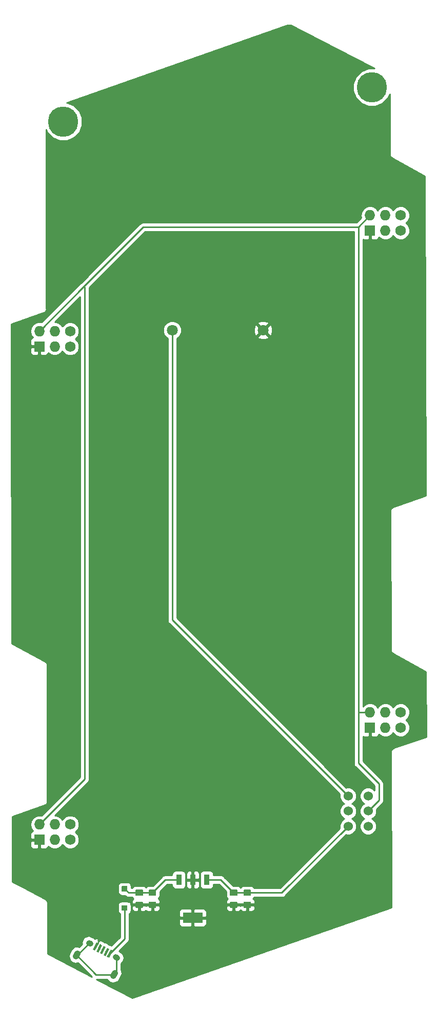
<source format=gbr>
G04 #@! TF.GenerationSoftware,KiCad,Pcbnew,(5.0.0-3-g5ebb6b6)*
G04 #@! TF.CreationDate,2019-05-30T13:54:23-04:00*
G04 #@! TF.ProjectId,HTHBadgeFinal,485448426164676546696E616C2E6B69,rev?*
G04 #@! TF.SameCoordinates,Original*
G04 #@! TF.FileFunction,Copper,L2,Bot,Signal*
G04 #@! TF.FilePolarity,Positive*
%FSLAX46Y46*%
G04 Gerber Fmt 4.6, Leading zero omitted, Abs format (unit mm)*
G04 Created by KiCad (PCBNEW (5.0.0-3-g5ebb6b6)) date Thursday, May 30, 2019 at 01:54:23 PM*
%MOMM*%
%LPD*%
G01*
G04 APERTURE LIST*
G04 #@! TA.AperFunction,ComponentPad*
%ADD10C,1.727200*%
G04 #@! TD*
G04 #@! TA.AperFunction,ComponentPad*
%ADD11O,1.727200X1.727200*%
G04 #@! TD*
G04 #@! TA.AperFunction,ComponentPad*
%ADD12R,1.727200X1.727200*%
G04 #@! TD*
G04 #@! TA.AperFunction,Conductor*
%ADD13C,0.100000*%
G04 #@! TD*
G04 #@! TA.AperFunction,SMDPad,CuDef*
%ADD14C,0.900000*%
G04 #@! TD*
G04 #@! TA.AperFunction,SMDPad,CuDef*
%ADD15C,1.000000*%
G04 #@! TD*
G04 #@! TA.AperFunction,ComponentPad*
%ADD16C,1.524000*%
G04 #@! TD*
G04 #@! TA.AperFunction,ComponentPad*
%ADD17C,1.800000*%
G04 #@! TD*
G04 #@! TA.AperFunction,SMDPad,CuDef*
%ADD18R,0.960000X1.760000*%
G04 #@! TD*
G04 #@! TA.AperFunction,SMDPad,CuDef*
%ADD19R,3.260000X1.760000*%
G04 #@! TD*
G04 #@! TA.AperFunction,SMDPad,CuDef*
%ADD20C,0.400000*%
G04 #@! TD*
G04 #@! TA.AperFunction,ComponentPad*
%ADD21C,0.950000*%
G04 #@! TD*
G04 #@! TA.AperFunction,Conductor*
%ADD22C,0.950000*%
G04 #@! TD*
G04 #@! TA.AperFunction,ComponentPad*
%ADD23C,1.000000*%
G04 #@! TD*
G04 #@! TA.AperFunction,Conductor*
%ADD24C,1.000000*%
G04 #@! TD*
G04 #@! TA.AperFunction,ComponentPad*
%ADD25C,5.000000*%
G04 #@! TD*
G04 #@! TA.AperFunction,Conductor*
%ADD26C,0.250000*%
G04 #@! TD*
G04 #@! TA.AperFunction,Conductor*
%ADD27C,0.254000*%
G04 #@! TD*
G04 APERTURE END LIST*
D10*
G04 #@! TO.P,X3,5*
G04 #@! TO.N,Net-(X3-Pad5)*
X166100000Y-53550000D03*
G04 #@! TO.P,X3,6*
G04 #@! TO.N,Net-(X3-Pad6)*
X166100000Y-56090000D03*
D11*
G04 #@! TO.P,X3,3*
G04 #@! TO.N,Net-(X3-Pad3)*
X163560000Y-53550000D03*
G04 #@! TO.P,X3,4*
G04 #@! TO.N,Net-(X3-Pad4)*
X163560000Y-56090000D03*
G04 #@! TO.P,X3,1*
G04 #@! TO.N,Net-(SW1-Pad2)*
X161020000Y-53550000D03*
D12*
G04 #@! TO.P,X3,2*
G04 #@! TO.N,GND*
X161020000Y-56090000D03*
G04 #@! TD*
D10*
G04 #@! TO.P,X2,5*
G04 #@! TO.N,Net-(X2-Pad5)*
X111500000Y-72650000D03*
G04 #@! TO.P,X2,6*
G04 #@! TO.N,Net-(X2-Pad6)*
X111500000Y-75190000D03*
D11*
G04 #@! TO.P,X2,3*
G04 #@! TO.N,Net-(X2-Pad3)*
X108960000Y-72650000D03*
G04 #@! TO.P,X2,4*
G04 #@! TO.N,Net-(X2-Pad4)*
X108960000Y-75190000D03*
G04 #@! TO.P,X2,1*
G04 #@! TO.N,Net-(SW1-Pad2)*
X106420000Y-72650000D03*
D12*
G04 #@! TO.P,X2,2*
G04 #@! TO.N,GND*
X106420000Y-75190000D03*
G04 #@! TD*
D10*
G04 #@! TO.P,X4,5*
G04 #@! TO.N,Net-(X4-Pad5)*
X166100000Y-135500000D03*
G04 #@! TO.P,X4,6*
G04 #@! TO.N,Net-(X4-Pad6)*
X166100000Y-138040000D03*
D11*
G04 #@! TO.P,X4,3*
G04 #@! TO.N,Net-(X4-Pad3)*
X163560000Y-135500000D03*
G04 #@! TO.P,X4,4*
G04 #@! TO.N,Net-(X4-Pad4)*
X163560000Y-138040000D03*
G04 #@! TO.P,X4,1*
G04 #@! TO.N,Net-(SW1-Pad2)*
X161020000Y-135500000D03*
D12*
G04 #@! TO.P,X4,2*
G04 #@! TO.N,GND*
X161020000Y-138040000D03*
G04 #@! TD*
D10*
G04 #@! TO.P,X1,5*
G04 #@! TO.N,Net-(X1-Pad5)*
X111500000Y-154000000D03*
G04 #@! TO.P,X1,6*
G04 #@! TO.N,Net-(X1-Pad6)*
X111500000Y-156540000D03*
D11*
G04 #@! TO.P,X1,3*
G04 #@! TO.N,Net-(X1-Pad3)*
X108960000Y-154000000D03*
G04 #@! TO.P,X1,4*
G04 #@! TO.N,Net-(X1-Pad4)*
X108960000Y-156540000D03*
G04 #@! TO.P,X1,1*
G04 #@! TO.N,Net-(SW1-Pad2)*
X106420000Y-154000000D03*
D12*
G04 #@! TO.P,X1,2*
G04 #@! TO.N,GND*
X106420000Y-156540000D03*
G04 #@! TD*
D13*
G04 #@! TO.N,Net-(C1-Pad1)*
G04 #@! TO.C,D1*
G36*
X120893822Y-164150433D02*
X120902558Y-164151729D01*
X120911126Y-164153875D01*
X120919442Y-164156851D01*
X120927426Y-164160627D01*
X120935001Y-164165168D01*
X120942095Y-164170429D01*
X120948640Y-164176360D01*
X120954571Y-164182905D01*
X120959832Y-164189999D01*
X120964373Y-164197574D01*
X120968149Y-164205558D01*
X120971125Y-164213874D01*
X120973271Y-164222442D01*
X120974567Y-164231178D01*
X120975000Y-164240000D01*
X120975000Y-164960000D01*
X120974567Y-164968822D01*
X120973271Y-164977558D01*
X120971125Y-164986126D01*
X120968149Y-164994442D01*
X120964373Y-165002426D01*
X120959832Y-165010001D01*
X120954571Y-165017095D01*
X120948640Y-165023640D01*
X120942095Y-165029571D01*
X120935001Y-165034832D01*
X120927426Y-165039373D01*
X120919442Y-165043149D01*
X120911126Y-165046125D01*
X120902558Y-165048271D01*
X120893822Y-165049567D01*
X120885000Y-165050000D01*
X120115000Y-165050000D01*
X120106178Y-165049567D01*
X120097442Y-165048271D01*
X120088874Y-165046125D01*
X120080558Y-165043149D01*
X120072574Y-165039373D01*
X120064999Y-165034832D01*
X120057905Y-165029571D01*
X120051360Y-165023640D01*
X120045429Y-165017095D01*
X120040168Y-165010001D01*
X120035627Y-165002426D01*
X120031851Y-164994442D01*
X120028875Y-164986126D01*
X120026729Y-164977558D01*
X120025433Y-164968822D01*
X120025000Y-164960000D01*
X120025000Y-164240000D01*
X120025433Y-164231178D01*
X120026729Y-164222442D01*
X120028875Y-164213874D01*
X120031851Y-164205558D01*
X120035627Y-164197574D01*
X120040168Y-164189999D01*
X120045429Y-164182905D01*
X120051360Y-164176360D01*
X120057905Y-164170429D01*
X120064999Y-164165168D01*
X120072574Y-164160627D01*
X120080558Y-164156851D01*
X120088874Y-164153875D01*
X120097442Y-164151729D01*
X120106178Y-164150433D01*
X120115000Y-164150000D01*
X120885000Y-164150000D01*
X120893822Y-164150433D01*
X120893822Y-164150433D01*
G37*
D14*
G04 #@! TD*
G04 #@! TO.P,D1,1*
G04 #@! TO.N,Net-(C1-Pad1)*
X120500000Y-164600000D03*
D13*
G04 #@! TO.N,Net-(D1-Pad2)*
G04 #@! TO.C,D1*
G36*
X120893822Y-167300433D02*
X120902558Y-167301729D01*
X120911126Y-167303875D01*
X120919442Y-167306851D01*
X120927426Y-167310627D01*
X120935001Y-167315168D01*
X120942095Y-167320429D01*
X120948640Y-167326360D01*
X120954571Y-167332905D01*
X120959832Y-167339999D01*
X120964373Y-167347574D01*
X120968149Y-167355558D01*
X120971125Y-167363874D01*
X120973271Y-167372442D01*
X120974567Y-167381178D01*
X120975000Y-167390000D01*
X120975000Y-168110000D01*
X120974567Y-168118822D01*
X120973271Y-168127558D01*
X120971125Y-168136126D01*
X120968149Y-168144442D01*
X120964373Y-168152426D01*
X120959832Y-168160001D01*
X120954571Y-168167095D01*
X120948640Y-168173640D01*
X120942095Y-168179571D01*
X120935001Y-168184832D01*
X120927426Y-168189373D01*
X120919442Y-168193149D01*
X120911126Y-168196125D01*
X120902558Y-168198271D01*
X120893822Y-168199567D01*
X120885000Y-168200000D01*
X120115000Y-168200000D01*
X120106178Y-168199567D01*
X120097442Y-168198271D01*
X120088874Y-168196125D01*
X120080558Y-168193149D01*
X120072574Y-168189373D01*
X120064999Y-168184832D01*
X120057905Y-168179571D01*
X120051360Y-168173640D01*
X120045429Y-168167095D01*
X120040168Y-168160001D01*
X120035627Y-168152426D01*
X120031851Y-168144442D01*
X120028875Y-168136126D01*
X120026729Y-168127558D01*
X120025433Y-168118822D01*
X120025000Y-168110000D01*
X120025000Y-167390000D01*
X120025433Y-167381178D01*
X120026729Y-167372442D01*
X120028875Y-167363874D01*
X120031851Y-167355558D01*
X120035627Y-167347574D01*
X120040168Y-167339999D01*
X120045429Y-167332905D01*
X120051360Y-167326360D01*
X120057905Y-167320429D01*
X120064999Y-167315168D01*
X120072574Y-167310627D01*
X120080558Y-167306851D01*
X120088874Y-167303875D01*
X120097442Y-167301729D01*
X120106178Y-167300433D01*
X120115000Y-167300000D01*
X120885000Y-167300000D01*
X120893822Y-167300433D01*
X120893822Y-167300433D01*
G37*
D14*
G04 #@! TD*
G04 #@! TO.P,D1,2*
G04 #@! TO.N,Net-(D1-Pad2)*
X120500000Y-167750000D03*
D13*
G04 #@! TO.N,GND*
G04 #@! TO.C,C4*
G36*
X141259802Y-166750482D02*
X141269509Y-166751921D01*
X141279028Y-166754306D01*
X141288268Y-166757612D01*
X141297140Y-166761808D01*
X141305557Y-166766853D01*
X141313439Y-166772699D01*
X141320711Y-166779289D01*
X141327301Y-166786561D01*
X141333147Y-166794443D01*
X141338192Y-166802860D01*
X141342388Y-166811732D01*
X141345694Y-166820972D01*
X141348079Y-166830491D01*
X141349518Y-166840198D01*
X141350000Y-166850000D01*
X141350000Y-167650000D01*
X141349518Y-167659802D01*
X141348079Y-167669509D01*
X141345694Y-167679028D01*
X141342388Y-167688268D01*
X141338192Y-167697140D01*
X141333147Y-167705557D01*
X141327301Y-167713439D01*
X141320711Y-167720711D01*
X141313439Y-167727301D01*
X141305557Y-167733147D01*
X141297140Y-167738192D01*
X141288268Y-167742388D01*
X141279028Y-167745694D01*
X141269509Y-167748079D01*
X141259802Y-167749518D01*
X141250000Y-167750000D01*
X140250000Y-167750000D01*
X140240198Y-167749518D01*
X140230491Y-167748079D01*
X140220972Y-167745694D01*
X140211732Y-167742388D01*
X140202860Y-167738192D01*
X140194443Y-167733147D01*
X140186561Y-167727301D01*
X140179289Y-167720711D01*
X140172699Y-167713439D01*
X140166853Y-167705557D01*
X140161808Y-167697140D01*
X140157612Y-167688268D01*
X140154306Y-167679028D01*
X140151921Y-167669509D01*
X140150482Y-167659802D01*
X140150000Y-167650000D01*
X140150000Y-166850000D01*
X140150482Y-166840198D01*
X140151921Y-166830491D01*
X140154306Y-166820972D01*
X140157612Y-166811732D01*
X140161808Y-166802860D01*
X140166853Y-166794443D01*
X140172699Y-166786561D01*
X140179289Y-166779289D01*
X140186561Y-166772699D01*
X140194443Y-166766853D01*
X140202860Y-166761808D01*
X140211732Y-166757612D01*
X140220972Y-166754306D01*
X140230491Y-166751921D01*
X140240198Y-166750482D01*
X140250000Y-166750000D01*
X141250000Y-166750000D01*
X141259802Y-166750482D01*
X141259802Y-166750482D01*
G37*
D15*
G04 #@! TD*
G04 #@! TO.P,C4,2*
G04 #@! TO.N,GND*
X140750000Y-167250000D03*
D13*
G04 #@! TO.N,Net-(C3-Pad1)*
G04 #@! TO.C,C4*
G36*
X141259802Y-164750482D02*
X141269509Y-164751921D01*
X141279028Y-164754306D01*
X141288268Y-164757612D01*
X141297140Y-164761808D01*
X141305557Y-164766853D01*
X141313439Y-164772699D01*
X141320711Y-164779289D01*
X141327301Y-164786561D01*
X141333147Y-164794443D01*
X141338192Y-164802860D01*
X141342388Y-164811732D01*
X141345694Y-164820972D01*
X141348079Y-164830491D01*
X141349518Y-164840198D01*
X141350000Y-164850000D01*
X141350000Y-165650000D01*
X141349518Y-165659802D01*
X141348079Y-165669509D01*
X141345694Y-165679028D01*
X141342388Y-165688268D01*
X141338192Y-165697140D01*
X141333147Y-165705557D01*
X141327301Y-165713439D01*
X141320711Y-165720711D01*
X141313439Y-165727301D01*
X141305557Y-165733147D01*
X141297140Y-165738192D01*
X141288268Y-165742388D01*
X141279028Y-165745694D01*
X141269509Y-165748079D01*
X141259802Y-165749518D01*
X141250000Y-165750000D01*
X140250000Y-165750000D01*
X140240198Y-165749518D01*
X140230491Y-165748079D01*
X140220972Y-165745694D01*
X140211732Y-165742388D01*
X140202860Y-165738192D01*
X140194443Y-165733147D01*
X140186561Y-165727301D01*
X140179289Y-165720711D01*
X140172699Y-165713439D01*
X140166853Y-165705557D01*
X140161808Y-165697140D01*
X140157612Y-165688268D01*
X140154306Y-165679028D01*
X140151921Y-165669509D01*
X140150482Y-165659802D01*
X140150000Y-165650000D01*
X140150000Y-164850000D01*
X140150482Y-164840198D01*
X140151921Y-164830491D01*
X140154306Y-164820972D01*
X140157612Y-164811732D01*
X140161808Y-164802860D01*
X140166853Y-164794443D01*
X140172699Y-164786561D01*
X140179289Y-164779289D01*
X140186561Y-164772699D01*
X140194443Y-164766853D01*
X140202860Y-164761808D01*
X140211732Y-164757612D01*
X140220972Y-164754306D01*
X140230491Y-164751921D01*
X140240198Y-164750482D01*
X140250000Y-164750000D01*
X141250000Y-164750000D01*
X141259802Y-164750482D01*
X141259802Y-164750482D01*
G37*
D15*
G04 #@! TD*
G04 #@! TO.P,C4,1*
G04 #@! TO.N,Net-(C3-Pad1)*
X140750000Y-165250000D03*
D13*
G04 #@! TO.N,Net-(C3-Pad1)*
G04 #@! TO.C,C3*
G36*
X139009802Y-164750482D02*
X139019509Y-164751921D01*
X139029028Y-164754306D01*
X139038268Y-164757612D01*
X139047140Y-164761808D01*
X139055557Y-164766853D01*
X139063439Y-164772699D01*
X139070711Y-164779289D01*
X139077301Y-164786561D01*
X139083147Y-164794443D01*
X139088192Y-164802860D01*
X139092388Y-164811732D01*
X139095694Y-164820972D01*
X139098079Y-164830491D01*
X139099518Y-164840198D01*
X139100000Y-164850000D01*
X139100000Y-165650000D01*
X139099518Y-165659802D01*
X139098079Y-165669509D01*
X139095694Y-165679028D01*
X139092388Y-165688268D01*
X139088192Y-165697140D01*
X139083147Y-165705557D01*
X139077301Y-165713439D01*
X139070711Y-165720711D01*
X139063439Y-165727301D01*
X139055557Y-165733147D01*
X139047140Y-165738192D01*
X139038268Y-165742388D01*
X139029028Y-165745694D01*
X139019509Y-165748079D01*
X139009802Y-165749518D01*
X139000000Y-165750000D01*
X138000000Y-165750000D01*
X137990198Y-165749518D01*
X137980491Y-165748079D01*
X137970972Y-165745694D01*
X137961732Y-165742388D01*
X137952860Y-165738192D01*
X137944443Y-165733147D01*
X137936561Y-165727301D01*
X137929289Y-165720711D01*
X137922699Y-165713439D01*
X137916853Y-165705557D01*
X137911808Y-165697140D01*
X137907612Y-165688268D01*
X137904306Y-165679028D01*
X137901921Y-165669509D01*
X137900482Y-165659802D01*
X137900000Y-165650000D01*
X137900000Y-164850000D01*
X137900482Y-164840198D01*
X137901921Y-164830491D01*
X137904306Y-164820972D01*
X137907612Y-164811732D01*
X137911808Y-164802860D01*
X137916853Y-164794443D01*
X137922699Y-164786561D01*
X137929289Y-164779289D01*
X137936561Y-164772699D01*
X137944443Y-164766853D01*
X137952860Y-164761808D01*
X137961732Y-164757612D01*
X137970972Y-164754306D01*
X137980491Y-164751921D01*
X137990198Y-164750482D01*
X138000000Y-164750000D01*
X139000000Y-164750000D01*
X139009802Y-164750482D01*
X139009802Y-164750482D01*
G37*
D15*
G04 #@! TD*
G04 #@! TO.P,C3,1*
G04 #@! TO.N,Net-(C3-Pad1)*
X138500000Y-165250000D03*
D13*
G04 #@! TO.N,GND*
G04 #@! TO.C,C3*
G36*
X139009802Y-166750482D02*
X139019509Y-166751921D01*
X139029028Y-166754306D01*
X139038268Y-166757612D01*
X139047140Y-166761808D01*
X139055557Y-166766853D01*
X139063439Y-166772699D01*
X139070711Y-166779289D01*
X139077301Y-166786561D01*
X139083147Y-166794443D01*
X139088192Y-166802860D01*
X139092388Y-166811732D01*
X139095694Y-166820972D01*
X139098079Y-166830491D01*
X139099518Y-166840198D01*
X139100000Y-166850000D01*
X139100000Y-167650000D01*
X139099518Y-167659802D01*
X139098079Y-167669509D01*
X139095694Y-167679028D01*
X139092388Y-167688268D01*
X139088192Y-167697140D01*
X139083147Y-167705557D01*
X139077301Y-167713439D01*
X139070711Y-167720711D01*
X139063439Y-167727301D01*
X139055557Y-167733147D01*
X139047140Y-167738192D01*
X139038268Y-167742388D01*
X139029028Y-167745694D01*
X139019509Y-167748079D01*
X139009802Y-167749518D01*
X139000000Y-167750000D01*
X138000000Y-167750000D01*
X137990198Y-167749518D01*
X137980491Y-167748079D01*
X137970972Y-167745694D01*
X137961732Y-167742388D01*
X137952860Y-167738192D01*
X137944443Y-167733147D01*
X137936561Y-167727301D01*
X137929289Y-167720711D01*
X137922699Y-167713439D01*
X137916853Y-167705557D01*
X137911808Y-167697140D01*
X137907612Y-167688268D01*
X137904306Y-167679028D01*
X137901921Y-167669509D01*
X137900482Y-167659802D01*
X137900000Y-167650000D01*
X137900000Y-166850000D01*
X137900482Y-166840198D01*
X137901921Y-166830491D01*
X137904306Y-166820972D01*
X137907612Y-166811732D01*
X137911808Y-166802860D01*
X137916853Y-166794443D01*
X137922699Y-166786561D01*
X137929289Y-166779289D01*
X137936561Y-166772699D01*
X137944443Y-166766853D01*
X137952860Y-166761808D01*
X137961732Y-166757612D01*
X137970972Y-166754306D01*
X137980491Y-166751921D01*
X137990198Y-166750482D01*
X138000000Y-166750000D01*
X139000000Y-166750000D01*
X139009802Y-166750482D01*
X139009802Y-166750482D01*
G37*
D15*
G04 #@! TD*
G04 #@! TO.P,C3,2*
G04 #@! TO.N,GND*
X138500000Y-167250000D03*
D13*
G04 #@! TO.N,GND*
G04 #@! TO.C,C2*
G36*
X125609802Y-166740482D02*
X125619509Y-166741921D01*
X125629028Y-166744306D01*
X125638268Y-166747612D01*
X125647140Y-166751808D01*
X125655557Y-166756853D01*
X125663439Y-166762699D01*
X125670711Y-166769289D01*
X125677301Y-166776561D01*
X125683147Y-166784443D01*
X125688192Y-166792860D01*
X125692388Y-166801732D01*
X125695694Y-166810972D01*
X125698079Y-166820491D01*
X125699518Y-166830198D01*
X125700000Y-166840000D01*
X125700000Y-167640000D01*
X125699518Y-167649802D01*
X125698079Y-167659509D01*
X125695694Y-167669028D01*
X125692388Y-167678268D01*
X125688192Y-167687140D01*
X125683147Y-167695557D01*
X125677301Y-167703439D01*
X125670711Y-167710711D01*
X125663439Y-167717301D01*
X125655557Y-167723147D01*
X125647140Y-167728192D01*
X125638268Y-167732388D01*
X125629028Y-167735694D01*
X125619509Y-167738079D01*
X125609802Y-167739518D01*
X125600000Y-167740000D01*
X124600000Y-167740000D01*
X124590198Y-167739518D01*
X124580491Y-167738079D01*
X124570972Y-167735694D01*
X124561732Y-167732388D01*
X124552860Y-167728192D01*
X124544443Y-167723147D01*
X124536561Y-167717301D01*
X124529289Y-167710711D01*
X124522699Y-167703439D01*
X124516853Y-167695557D01*
X124511808Y-167687140D01*
X124507612Y-167678268D01*
X124504306Y-167669028D01*
X124501921Y-167659509D01*
X124500482Y-167649802D01*
X124500000Y-167640000D01*
X124500000Y-166840000D01*
X124500482Y-166830198D01*
X124501921Y-166820491D01*
X124504306Y-166810972D01*
X124507612Y-166801732D01*
X124511808Y-166792860D01*
X124516853Y-166784443D01*
X124522699Y-166776561D01*
X124529289Y-166769289D01*
X124536561Y-166762699D01*
X124544443Y-166756853D01*
X124552860Y-166751808D01*
X124561732Y-166747612D01*
X124570972Y-166744306D01*
X124580491Y-166741921D01*
X124590198Y-166740482D01*
X124600000Y-166740000D01*
X125600000Y-166740000D01*
X125609802Y-166740482D01*
X125609802Y-166740482D01*
G37*
D15*
G04 #@! TD*
G04 #@! TO.P,C2,2*
G04 #@! TO.N,GND*
X125100000Y-167240000D03*
D13*
G04 #@! TO.N,Net-(C1-Pad1)*
G04 #@! TO.C,C2*
G36*
X125609802Y-164740482D02*
X125619509Y-164741921D01*
X125629028Y-164744306D01*
X125638268Y-164747612D01*
X125647140Y-164751808D01*
X125655557Y-164756853D01*
X125663439Y-164762699D01*
X125670711Y-164769289D01*
X125677301Y-164776561D01*
X125683147Y-164784443D01*
X125688192Y-164792860D01*
X125692388Y-164801732D01*
X125695694Y-164810972D01*
X125698079Y-164820491D01*
X125699518Y-164830198D01*
X125700000Y-164840000D01*
X125700000Y-165640000D01*
X125699518Y-165649802D01*
X125698079Y-165659509D01*
X125695694Y-165669028D01*
X125692388Y-165678268D01*
X125688192Y-165687140D01*
X125683147Y-165695557D01*
X125677301Y-165703439D01*
X125670711Y-165710711D01*
X125663439Y-165717301D01*
X125655557Y-165723147D01*
X125647140Y-165728192D01*
X125638268Y-165732388D01*
X125629028Y-165735694D01*
X125619509Y-165738079D01*
X125609802Y-165739518D01*
X125600000Y-165740000D01*
X124600000Y-165740000D01*
X124590198Y-165739518D01*
X124580491Y-165738079D01*
X124570972Y-165735694D01*
X124561732Y-165732388D01*
X124552860Y-165728192D01*
X124544443Y-165723147D01*
X124536561Y-165717301D01*
X124529289Y-165710711D01*
X124522699Y-165703439D01*
X124516853Y-165695557D01*
X124511808Y-165687140D01*
X124507612Y-165678268D01*
X124504306Y-165669028D01*
X124501921Y-165659509D01*
X124500482Y-165649802D01*
X124500000Y-165640000D01*
X124500000Y-164840000D01*
X124500482Y-164830198D01*
X124501921Y-164820491D01*
X124504306Y-164810972D01*
X124507612Y-164801732D01*
X124511808Y-164792860D01*
X124516853Y-164784443D01*
X124522699Y-164776561D01*
X124529289Y-164769289D01*
X124536561Y-164762699D01*
X124544443Y-164756853D01*
X124552860Y-164751808D01*
X124561732Y-164747612D01*
X124570972Y-164744306D01*
X124580491Y-164741921D01*
X124590198Y-164740482D01*
X124600000Y-164740000D01*
X125600000Y-164740000D01*
X125609802Y-164740482D01*
X125609802Y-164740482D01*
G37*
D15*
G04 #@! TD*
G04 #@! TO.P,C2,1*
G04 #@! TO.N,Net-(C1-Pad1)*
X125100000Y-165240000D03*
D13*
G04 #@! TO.N,Net-(C1-Pad1)*
G04 #@! TO.C,C1*
G36*
X123429802Y-164750482D02*
X123439509Y-164751921D01*
X123449028Y-164754306D01*
X123458268Y-164757612D01*
X123467140Y-164761808D01*
X123475557Y-164766853D01*
X123483439Y-164772699D01*
X123490711Y-164779289D01*
X123497301Y-164786561D01*
X123503147Y-164794443D01*
X123508192Y-164802860D01*
X123512388Y-164811732D01*
X123515694Y-164820972D01*
X123518079Y-164830491D01*
X123519518Y-164840198D01*
X123520000Y-164850000D01*
X123520000Y-165650000D01*
X123519518Y-165659802D01*
X123518079Y-165669509D01*
X123515694Y-165679028D01*
X123512388Y-165688268D01*
X123508192Y-165697140D01*
X123503147Y-165705557D01*
X123497301Y-165713439D01*
X123490711Y-165720711D01*
X123483439Y-165727301D01*
X123475557Y-165733147D01*
X123467140Y-165738192D01*
X123458268Y-165742388D01*
X123449028Y-165745694D01*
X123439509Y-165748079D01*
X123429802Y-165749518D01*
X123420000Y-165750000D01*
X122420000Y-165750000D01*
X122410198Y-165749518D01*
X122400491Y-165748079D01*
X122390972Y-165745694D01*
X122381732Y-165742388D01*
X122372860Y-165738192D01*
X122364443Y-165733147D01*
X122356561Y-165727301D01*
X122349289Y-165720711D01*
X122342699Y-165713439D01*
X122336853Y-165705557D01*
X122331808Y-165697140D01*
X122327612Y-165688268D01*
X122324306Y-165679028D01*
X122321921Y-165669509D01*
X122320482Y-165659802D01*
X122320000Y-165650000D01*
X122320000Y-164850000D01*
X122320482Y-164840198D01*
X122321921Y-164830491D01*
X122324306Y-164820972D01*
X122327612Y-164811732D01*
X122331808Y-164802860D01*
X122336853Y-164794443D01*
X122342699Y-164786561D01*
X122349289Y-164779289D01*
X122356561Y-164772699D01*
X122364443Y-164766853D01*
X122372860Y-164761808D01*
X122381732Y-164757612D01*
X122390972Y-164754306D01*
X122400491Y-164751921D01*
X122410198Y-164750482D01*
X122420000Y-164750000D01*
X123420000Y-164750000D01*
X123429802Y-164750482D01*
X123429802Y-164750482D01*
G37*
D15*
G04 #@! TD*
G04 #@! TO.P,C1,1*
G04 #@! TO.N,Net-(C1-Pad1)*
X122920000Y-165250000D03*
D13*
G04 #@! TO.N,GND*
G04 #@! TO.C,C1*
G36*
X123429802Y-166750482D02*
X123439509Y-166751921D01*
X123449028Y-166754306D01*
X123458268Y-166757612D01*
X123467140Y-166761808D01*
X123475557Y-166766853D01*
X123483439Y-166772699D01*
X123490711Y-166779289D01*
X123497301Y-166786561D01*
X123503147Y-166794443D01*
X123508192Y-166802860D01*
X123512388Y-166811732D01*
X123515694Y-166820972D01*
X123518079Y-166830491D01*
X123519518Y-166840198D01*
X123520000Y-166850000D01*
X123520000Y-167650000D01*
X123519518Y-167659802D01*
X123518079Y-167669509D01*
X123515694Y-167679028D01*
X123512388Y-167688268D01*
X123508192Y-167697140D01*
X123503147Y-167705557D01*
X123497301Y-167713439D01*
X123490711Y-167720711D01*
X123483439Y-167727301D01*
X123475557Y-167733147D01*
X123467140Y-167738192D01*
X123458268Y-167742388D01*
X123449028Y-167745694D01*
X123439509Y-167748079D01*
X123429802Y-167749518D01*
X123420000Y-167750000D01*
X122420000Y-167750000D01*
X122410198Y-167749518D01*
X122400491Y-167748079D01*
X122390972Y-167745694D01*
X122381732Y-167742388D01*
X122372860Y-167738192D01*
X122364443Y-167733147D01*
X122356561Y-167727301D01*
X122349289Y-167720711D01*
X122342699Y-167713439D01*
X122336853Y-167705557D01*
X122331808Y-167697140D01*
X122327612Y-167688268D01*
X122324306Y-167679028D01*
X122321921Y-167669509D01*
X122320482Y-167659802D01*
X122320000Y-167650000D01*
X122320000Y-166850000D01*
X122320482Y-166840198D01*
X122321921Y-166830491D01*
X122324306Y-166820972D01*
X122327612Y-166811732D01*
X122331808Y-166802860D01*
X122336853Y-166794443D01*
X122342699Y-166786561D01*
X122349289Y-166779289D01*
X122356561Y-166772699D01*
X122364443Y-166766853D01*
X122372860Y-166761808D01*
X122381732Y-166757612D01*
X122390972Y-166754306D01*
X122400491Y-166751921D01*
X122410198Y-166750482D01*
X122420000Y-166750000D01*
X123420000Y-166750000D01*
X123429802Y-166750482D01*
X123429802Y-166750482D01*
G37*
D15*
G04 #@! TD*
G04 #@! TO.P,C1,2*
G04 #@! TO.N,GND*
X122920000Y-167250000D03*
D16*
G04 #@! TO.P,SW1,1*
G04 #@! TO.N,Net-(SW1-Pad1)*
X160700000Y-149300000D03*
G04 #@! TO.P,SW1,2*
G04 #@! TO.N,Net-(SW1-Pad2)*
X160700000Y-151800000D03*
G04 #@! TO.P,SW1,3*
G04 #@! TO.N,Net-(SW1-Pad3)*
X160700000Y-154300000D03*
G04 #@! TO.P,SW1,4*
G04 #@! TO.N,Net-(B1-Pad2)*
X157400000Y-149300000D03*
G04 #@! TO.P,SW1,5*
G04 #@! TO.N,Net-(SW1-Pad5)*
X157400000Y-151800000D03*
G04 #@! TO.P,SW1,6*
G04 #@! TO.N,Net-(C3-Pad1)*
X157400000Y-154300000D03*
G04 #@! TD*
D17*
G04 #@! TO.P,B1,1*
G04 #@! TO.N,GND*
X143360000Y-72510000D03*
G04 #@! TO.P,B1,2*
G04 #@! TO.N,Net-(B1-Pad2)*
X128370000Y-72510000D03*
G04 #@! TD*
D18*
G04 #@! TO.P,U1,1*
G04 #@! TO.N,Net-(C1-Pad1)*
X129450000Y-163125000D03*
G04 #@! TO.P,U1,2*
G04 #@! TO.N,GND*
X131750000Y-163125000D03*
G04 #@! TO.P,U1,3*
G04 #@! TO.N,Net-(C3-Pad1)*
X134050000Y-163125000D03*
D19*
G04 #@! TO.P,U1,4*
G04 #@! TO.N,GND*
X131750000Y-169375000D03*
G04 #@! TD*
D20*
G04 #@! TO.P,J1,3*
G04 #@! TO.N,Net-(J1-Pad3)*
X116910000Y-174720000D03*
D13*
G04 #@! TD*
G04 #@! TO.N,Net-(J1-Pad3)*
G04 #@! TO.C,J1*
G36*
X117399082Y-174213617D02*
X116775722Y-175411082D01*
X116420918Y-175226383D01*
X117044278Y-174028918D01*
X117399082Y-174213617D01*
X117399082Y-174213617D01*
G37*
D20*
G04 #@! TO.P,J1,4*
G04 #@! TO.N,Net-(J1-Pad4)*
X116333443Y-174419863D03*
D13*
G04 #@! TD*
G04 #@! TO.N,Net-(J1-Pad4)*
G04 #@! TO.C,J1*
G36*
X116822525Y-173913480D02*
X116199165Y-175110945D01*
X115844361Y-174926246D01*
X116467721Y-173728781D01*
X116822525Y-173913480D01*
X116822525Y-173913480D01*
G37*
D20*
G04 #@! TO.P,J1,5*
G04 #@! TO.N,GND*
X115756886Y-174119727D03*
D13*
G04 #@! TD*
G04 #@! TO.N,GND*
G04 #@! TO.C,J1*
G36*
X116245968Y-173613344D02*
X115622608Y-174810809D01*
X115267804Y-174626110D01*
X115891164Y-173428645D01*
X116245968Y-173613344D01*
X116245968Y-173613344D01*
G37*
D20*
G04 #@! TO.P,J1,2*
G04 #@! TO.N,Net-(J1-Pad2)*
X117486557Y-175020137D03*
D13*
G04 #@! TD*
G04 #@! TO.N,Net-(J1-Pad2)*
G04 #@! TO.C,J1*
G36*
X117975639Y-174513754D02*
X117352279Y-175711219D01*
X116997475Y-175526520D01*
X117620835Y-174329055D01*
X117975639Y-174513754D01*
X117975639Y-174513754D01*
G37*
D20*
G04 #@! TO.P,J1,1*
G04 #@! TO.N,Net-(D1-Pad2)*
X118063114Y-175320273D03*
D13*
G04 #@! TD*
G04 #@! TO.N,Net-(D1-Pad2)*
G04 #@! TO.C,J1*
G36*
X118552196Y-174813890D02*
X117928836Y-176011355D01*
X117574032Y-175826656D01*
X118197392Y-174629191D01*
X118552196Y-174813890D01*
X118552196Y-174813890D01*
G37*
D21*
G04 #@! TO.P,J1,SH*
G04 #@! TO.N,Net-(J1-PadSH)*
X114692473Y-173565628D03*
D22*
G04 #@! TD*
G04 #@! TO.N,Net-(J1-PadSH)*
G04 #@! TO.C,J1*
X114825525Y-173634890D02*
X114559421Y-173496366D01*
D21*
G04 #@! TO.P,J1,SH*
G04 #@! TO.N,Net-(J1-PadSH)*
X119127527Y-175874372D03*
D22*
G04 #@! TD*
G04 #@! TO.N,Net-(J1-PadSH)*
G04 #@! TO.C,J1*
X119260579Y-175943634D02*
X118994475Y-175805110D01*
D23*
G04 #@! TO.P,J1,SH*
G04 #@! TO.N,Net-(J1-PadSH)*
X118767817Y-178731049D03*
D24*
G04 #@! TD*
G04 #@! TO.N,Net-(J1-PadSH)*
G04 #@! TO.C,J1*
X118640836Y-178974977D02*
X118894798Y-178487121D01*
D23*
G04 #@! TO.P,J1,SH*
G04 #@! TO.N,Net-(J1-PadSH)*
X112558741Y-175498809D03*
D24*
G04 #@! TD*
G04 #@! TO.N,Net-(J1-PadSH)*
G04 #@! TO.C,J1*
X112431760Y-175742737D02*
X112685722Y-175254881D01*
D25*
G04 #@! TO.P,REF\002A\002A,1*
G04 #@! TO.N,N/C*
X110380000Y-38120000D03*
G04 #@! TD*
G04 #@! TO.P,REF\002A\002A,1*
G04 #@! TO.N,N/C*
X161320000Y-32470000D03*
G04 #@! TD*
D26*
G04 #@! TO.N,GND*
X115700000Y-174200000D02*
X116574551Y-172555209D01*
G04 #@! TO.N,Net-(D1-Pad2)*
X120500000Y-172883387D02*
X118063114Y-175320273D01*
X120500000Y-167750000D02*
X120500000Y-172883387D01*
G04 #@! TO.N,Net-(J1-PadSH)*
X114491922Y-173565628D02*
X114692473Y-173565628D01*
X115790981Y-178731049D02*
X118767817Y-178731049D01*
X112558741Y-175498809D02*
X115790981Y-178731049D01*
X119127527Y-178371339D02*
X118767817Y-178731049D01*
X119127527Y-175874372D02*
X119127527Y-178371339D01*
X112759292Y-175498809D02*
X112558741Y-175498809D01*
X114692473Y-173565628D02*
X112759292Y-175498809D01*
G04 #@! TO.N,Net-(SW1-Pad2)*
X162500000Y-147300000D02*
X159100000Y-143900000D01*
X159100000Y-55470000D02*
X161020000Y-53550000D01*
X159100000Y-135500000D02*
X161020000Y-135500000D01*
X159100000Y-143900000D02*
X159100000Y-135500000D01*
X159100000Y-135500000D02*
X159100000Y-55470000D01*
X123570000Y-55500000D02*
X159070000Y-55500000D01*
X159070000Y-55500000D02*
X159100000Y-55470000D01*
X106420000Y-154000000D02*
X113900000Y-146520000D01*
X113900000Y-65430000D02*
X113770000Y-65300000D01*
X113900000Y-146520000D02*
X113900000Y-65430000D01*
X113770000Y-65300000D02*
X123570000Y-55500000D01*
X106420000Y-72650000D02*
X113770000Y-65300000D01*
X162500000Y-150000000D02*
X160700000Y-151800000D01*
X162500000Y-147300000D02*
X162500000Y-150000000D01*
G04 #@! TO.N,Net-(C1-Pad1)*
X121150000Y-165250000D02*
X122920000Y-165250000D01*
X120500000Y-164600000D02*
X121150000Y-165250000D01*
X125090000Y-165250000D02*
X125100000Y-165240000D01*
X122920000Y-165250000D02*
X125090000Y-165250000D01*
X127215000Y-163125000D02*
X129450000Y-163125000D01*
X125100000Y-165240000D02*
X127215000Y-163125000D01*
G04 #@! TO.N,Net-(C3-Pad1)*
X136375000Y-163125000D02*
X138500000Y-165250000D01*
X134050000Y-163125000D02*
X136375000Y-163125000D01*
X138500000Y-165250000D02*
X140750000Y-165250000D01*
X146450000Y-165250000D02*
X157400000Y-154300000D01*
X140750000Y-165250000D02*
X146450000Y-165250000D01*
G04 #@! TO.N,Net-(B1-Pad2)*
X128370000Y-120270000D02*
X157400000Y-149300000D01*
X128370000Y-72510000D02*
X128370000Y-120270000D01*
G04 #@! TD*
D27*
G04 #@! TO.N,GND*
G36*
X161759559Y-29335000D02*
X160696410Y-29335000D01*
X159544165Y-29812276D01*
X158662276Y-30694165D01*
X158185000Y-31846410D01*
X158185000Y-33093590D01*
X158662276Y-34245835D01*
X159544165Y-35127724D01*
X160696410Y-35605000D01*
X161943590Y-35605000D01*
X163095835Y-35127724D01*
X163977724Y-34245835D01*
X164244866Y-33600897D01*
X164263801Y-43380654D01*
X164255122Y-43407716D01*
X164264063Y-43516024D01*
X164264140Y-43555942D01*
X164269602Y-43583125D01*
X164277541Y-43679301D01*
X164296225Y-43715627D01*
X164304272Y-43755675D01*
X164358043Y-43835812D01*
X164402185Y-43921634D01*
X164433348Y-43948045D01*
X164456109Y-43981966D01*
X164536456Y-44035428D01*
X164557604Y-44053350D01*
X164592499Y-44072717D01*
X164682985Y-44132925D01*
X164710871Y-44138416D01*
X170080684Y-47118749D01*
X170182677Y-99796092D01*
X164881793Y-101645620D01*
X164794431Y-101663174D01*
X164698054Y-101727842D01*
X164598035Y-101786721D01*
X164585472Y-101803383D01*
X164568141Y-101815012D01*
X164503849Y-101911639D01*
X164433974Y-102004312D01*
X164428743Y-102024517D01*
X164417184Y-102041889D01*
X164394763Y-102155760D01*
X164365672Y-102268123D01*
X164378050Y-102356369D01*
X164422199Y-125088572D01*
X164413520Y-125115633D01*
X164422461Y-125223951D01*
X164422539Y-125263863D01*
X164428000Y-125291039D01*
X164435939Y-125387218D01*
X164454625Y-125423547D01*
X164462672Y-125463596D01*
X164516441Y-125543730D01*
X164560583Y-125629551D01*
X164591748Y-125655963D01*
X164614510Y-125689886D01*
X164694855Y-125743345D01*
X164716002Y-125761267D01*
X164750902Y-125780637D01*
X164841387Y-125840843D01*
X164869269Y-125846333D01*
X170239070Y-128826662D01*
X170259593Y-139525065D01*
X164958371Y-141374276D01*
X164870982Y-141391836D01*
X164774628Y-141456489D01*
X164674627Y-141515348D01*
X164662046Y-141532031D01*
X164644693Y-141543675D01*
X164580410Y-141640288D01*
X164510551Y-141732927D01*
X164505312Y-141753155D01*
X164493736Y-141770553D01*
X164471317Y-141884416D01*
X164442229Y-141996733D01*
X164454603Y-142085001D01*
X164504363Y-167641812D01*
X121763379Y-182583853D01*
X115855509Y-179493102D01*
X115865829Y-179491049D01*
X117629376Y-179491049D01*
X117754342Y-179718833D01*
X118106484Y-180001456D01*
X118539977Y-180127808D01*
X118988822Y-180078652D01*
X119384692Y-179861471D01*
X119595977Y-179598214D01*
X119953170Y-178912054D01*
X120047629Y-178587982D01*
X119998473Y-178139135D01*
X119887527Y-177936907D01*
X119887527Y-176865750D01*
X119988053Y-176810599D01*
X120264451Y-176466213D01*
X120388018Y-176042269D01*
X120339942Y-175603309D01*
X120127543Y-175216159D01*
X119870088Y-175009531D01*
X119592934Y-174865255D01*
X120984473Y-173473716D01*
X121047929Y-173431316D01*
X121215904Y-173179924D01*
X121260000Y-172958239D01*
X121260000Y-172958235D01*
X121274888Y-172883388D01*
X121260000Y-172808541D01*
X121260000Y-169660750D01*
X129485000Y-169660750D01*
X129485000Y-170381310D01*
X129581673Y-170614699D01*
X129760302Y-170793327D01*
X129993691Y-170890000D01*
X131464250Y-170890000D01*
X131623000Y-170731250D01*
X131623000Y-169502000D01*
X131877000Y-169502000D01*
X131877000Y-170731250D01*
X132035750Y-170890000D01*
X133506309Y-170890000D01*
X133739698Y-170793327D01*
X133918327Y-170614699D01*
X134015000Y-170381310D01*
X134015000Y-169660750D01*
X133856250Y-169502000D01*
X131877000Y-169502000D01*
X131623000Y-169502000D01*
X129643750Y-169502000D01*
X129485000Y-169660750D01*
X121260000Y-169660750D01*
X121260000Y-168729303D01*
X121406449Y-168631449D01*
X121566306Y-168392206D01*
X121622440Y-168110000D01*
X121622440Y-167535750D01*
X121685000Y-167535750D01*
X121685000Y-167876310D01*
X121781673Y-168109699D01*
X121960302Y-168288327D01*
X122193691Y-168385000D01*
X122634250Y-168385000D01*
X122793000Y-168226250D01*
X122793000Y-167377000D01*
X123047000Y-167377000D01*
X123047000Y-168226250D01*
X123205750Y-168385000D01*
X123646309Y-168385000D01*
X123879698Y-168288327D01*
X124015000Y-168153026D01*
X124140302Y-168278327D01*
X124373691Y-168375000D01*
X124814250Y-168375000D01*
X124973000Y-168216250D01*
X124973000Y-167367000D01*
X125227000Y-167367000D01*
X125227000Y-168216250D01*
X125385750Y-168375000D01*
X125826309Y-168375000D01*
X125841542Y-168368690D01*
X129485000Y-168368690D01*
X129485000Y-169089250D01*
X129643750Y-169248000D01*
X131623000Y-169248000D01*
X131623000Y-168018750D01*
X131877000Y-168018750D01*
X131877000Y-169248000D01*
X133856250Y-169248000D01*
X134015000Y-169089250D01*
X134015000Y-168368690D01*
X133918327Y-168135301D01*
X133739698Y-167956673D01*
X133506309Y-167860000D01*
X132035750Y-167860000D01*
X131877000Y-168018750D01*
X131623000Y-168018750D01*
X131464250Y-167860000D01*
X129993691Y-167860000D01*
X129760302Y-167956673D01*
X129581673Y-168135301D01*
X129485000Y-168368690D01*
X125841542Y-168368690D01*
X126059698Y-168278327D01*
X126238327Y-168099699D01*
X126335000Y-167866310D01*
X126335000Y-167535750D01*
X137265000Y-167535750D01*
X137265000Y-167876310D01*
X137361673Y-168109699D01*
X137540302Y-168288327D01*
X137773691Y-168385000D01*
X138214250Y-168385000D01*
X138373000Y-168226250D01*
X138373000Y-167377000D01*
X138627000Y-167377000D01*
X138627000Y-168226250D01*
X138785750Y-168385000D01*
X139226309Y-168385000D01*
X139459698Y-168288327D01*
X139625000Y-168123026D01*
X139790302Y-168288327D01*
X140023691Y-168385000D01*
X140464250Y-168385000D01*
X140623000Y-168226250D01*
X140623000Y-167377000D01*
X140877000Y-167377000D01*
X140877000Y-168226250D01*
X141035750Y-168385000D01*
X141476309Y-168385000D01*
X141709698Y-168288327D01*
X141888327Y-168109699D01*
X141985000Y-167876310D01*
X141985000Y-167535750D01*
X141826250Y-167377000D01*
X140877000Y-167377000D01*
X140623000Y-167377000D01*
X139673750Y-167377000D01*
X139625000Y-167425750D01*
X139576250Y-167377000D01*
X138627000Y-167377000D01*
X138373000Y-167377000D01*
X137423750Y-167377000D01*
X137265000Y-167535750D01*
X126335000Y-167535750D01*
X126335000Y-167525750D01*
X126176250Y-167367000D01*
X125227000Y-167367000D01*
X124973000Y-167367000D01*
X124023750Y-167367000D01*
X124005000Y-167385750D01*
X123996250Y-167377000D01*
X123047000Y-167377000D01*
X122793000Y-167377000D01*
X121843750Y-167377000D01*
X121685000Y-167535750D01*
X121622440Y-167535750D01*
X121622440Y-167390000D01*
X121566306Y-167107794D01*
X121406449Y-166868551D01*
X121167206Y-166708694D01*
X120885000Y-166652560D01*
X120115000Y-166652560D01*
X119832794Y-166708694D01*
X119593551Y-166868551D01*
X119433694Y-167107794D01*
X119377560Y-167390000D01*
X119377560Y-168110000D01*
X119433694Y-168392206D01*
X119593551Y-168631449D01*
X119740000Y-168729303D01*
X119740001Y-172568584D01*
X118327032Y-173981554D01*
X118274593Y-173939468D01*
X117919789Y-173754769D01*
X117797434Y-173719106D01*
X117698036Y-173639331D01*
X117343232Y-173454632D01*
X117220877Y-173418969D01*
X117121479Y-173339194D01*
X116766675Y-173154495D01*
X116665018Y-173124865D01*
X116651216Y-173108416D01*
X116591291Y-173077220D01*
X116548186Y-173090811D01*
X116524149Y-173083805D01*
X116273032Y-173111307D01*
X116127550Y-173191121D01*
X116199773Y-173052381D01*
X116132263Y-172838265D01*
X116072337Y-172807070D01*
X115820680Y-172785053D01*
X115619185Y-172848583D01*
X115435034Y-172700787D01*
X114974987Y-172461303D01*
X114658056Y-172368927D01*
X114219096Y-172417003D01*
X113831946Y-172629401D01*
X113555549Y-172973787D01*
X113431982Y-173397731D01*
X113466885Y-173716414D01*
X113014745Y-174168554D01*
X112786581Y-174102050D01*
X112337735Y-174151206D01*
X111941866Y-174368387D01*
X111730581Y-174631644D01*
X111373388Y-175317805D01*
X111278929Y-175641878D01*
X111328085Y-176090723D01*
X111545266Y-176486593D01*
X111897408Y-176769216D01*
X112330901Y-176895568D01*
X112779746Y-176846412D01*
X112813193Y-176828062D01*
X115064309Y-179079179D01*
X107792119Y-175274673D01*
X107776179Y-167006173D01*
X107786259Y-166972553D01*
X107775918Y-166870931D01*
X107775854Y-166837562D01*
X107769105Y-166803969D01*
X107758672Y-166701443D01*
X107742458Y-166671343D01*
X107735724Y-166637828D01*
X107678308Y-166552256D01*
X107629435Y-166461528D01*
X107602939Y-166439926D01*
X107583890Y-166411536D01*
X107498099Y-166354452D01*
X107471536Y-166332795D01*
X107442048Y-166317156D01*
X107357014Y-166260575D01*
X107322580Y-166253795D01*
X103525551Y-164240000D01*
X119377560Y-164240000D01*
X119377560Y-164960000D01*
X119433694Y-165242206D01*
X119593551Y-165481449D01*
X119832794Y-165641306D01*
X120115000Y-165697440D01*
X120522638Y-165697440D01*
X120559671Y-165734473D01*
X120602071Y-165797929D01*
X120665527Y-165840329D01*
X120853462Y-165965904D01*
X120901605Y-165975480D01*
X121075148Y-166010000D01*
X121075152Y-166010000D01*
X121150000Y-166024888D01*
X121224848Y-166010000D01*
X121778878Y-166010000D01*
X121891480Y-166178520D01*
X121952609Y-166219365D01*
X121781673Y-166390301D01*
X121685000Y-166623690D01*
X121685000Y-166964250D01*
X121843750Y-167123000D01*
X122793000Y-167123000D01*
X122793000Y-167103000D01*
X123047000Y-167103000D01*
X123047000Y-167123000D01*
X123996250Y-167123000D01*
X124015000Y-167104250D01*
X124023750Y-167113000D01*
X124973000Y-167113000D01*
X124973000Y-167093000D01*
X125227000Y-167093000D01*
X125227000Y-167113000D01*
X126176250Y-167113000D01*
X126335000Y-166954250D01*
X126335000Y-166613690D01*
X126238327Y-166380301D01*
X126067391Y-166209365D01*
X126128520Y-166168520D01*
X126290545Y-165926033D01*
X126347440Y-165640000D01*
X126347440Y-165067361D01*
X127529802Y-163885000D01*
X128322560Y-163885000D01*
X128322560Y-164005000D01*
X128371843Y-164252765D01*
X128512191Y-164462809D01*
X128722235Y-164603157D01*
X128970000Y-164652440D01*
X129930000Y-164652440D01*
X130177765Y-164603157D01*
X130387809Y-164462809D01*
X130528157Y-164252765D01*
X130577440Y-164005000D01*
X130577440Y-163410750D01*
X130635000Y-163410750D01*
X130635000Y-164131309D01*
X130731673Y-164364698D01*
X130910301Y-164543327D01*
X131143690Y-164640000D01*
X131464250Y-164640000D01*
X131623000Y-164481250D01*
X131623000Y-163252000D01*
X131877000Y-163252000D01*
X131877000Y-164481250D01*
X132035750Y-164640000D01*
X132356310Y-164640000D01*
X132589699Y-164543327D01*
X132768327Y-164364698D01*
X132865000Y-164131309D01*
X132865000Y-163410750D01*
X132706250Y-163252000D01*
X131877000Y-163252000D01*
X131623000Y-163252000D01*
X130793750Y-163252000D01*
X130635000Y-163410750D01*
X130577440Y-163410750D01*
X130577440Y-162245000D01*
X130552316Y-162118691D01*
X130635000Y-162118691D01*
X130635000Y-162839250D01*
X130793750Y-162998000D01*
X131623000Y-162998000D01*
X131623000Y-161768750D01*
X131877000Y-161768750D01*
X131877000Y-162998000D01*
X132706250Y-162998000D01*
X132865000Y-162839250D01*
X132865000Y-162118691D01*
X132768327Y-161885302D01*
X132589699Y-161706673D01*
X132356310Y-161610000D01*
X132035750Y-161610000D01*
X131877000Y-161768750D01*
X131623000Y-161768750D01*
X131464250Y-161610000D01*
X131143690Y-161610000D01*
X130910301Y-161706673D01*
X130731673Y-161885302D01*
X130635000Y-162118691D01*
X130552316Y-162118691D01*
X130528157Y-161997235D01*
X130387809Y-161787191D01*
X130177765Y-161646843D01*
X129930000Y-161597560D01*
X128970000Y-161597560D01*
X128722235Y-161646843D01*
X128512191Y-161787191D01*
X128371843Y-161997235D01*
X128322560Y-162245000D01*
X128322560Y-162365000D01*
X127289848Y-162365000D01*
X127215000Y-162350112D01*
X127140152Y-162365000D01*
X127140148Y-162365000D01*
X126966605Y-162399520D01*
X126918462Y-162409096D01*
X126731418Y-162534076D01*
X126667071Y-162577071D01*
X126624671Y-162640527D01*
X125172639Y-164092560D01*
X124600000Y-164092560D01*
X124313967Y-164149455D01*
X124071480Y-164311480D01*
X124006659Y-164408491D01*
X123948520Y-164321480D01*
X123706033Y-164159455D01*
X123420000Y-164102560D01*
X122420000Y-164102560D01*
X122133967Y-164159455D01*
X121891480Y-164321480D01*
X121778878Y-164490000D01*
X121622440Y-164490000D01*
X121622440Y-164240000D01*
X121566306Y-163957794D01*
X121406449Y-163718551D01*
X121167206Y-163558694D01*
X120885000Y-163502560D01*
X120115000Y-163502560D01*
X119832794Y-163558694D01*
X119593551Y-163718551D01*
X119433694Y-163957794D01*
X119377560Y-164240000D01*
X103525551Y-164240000D01*
X101959643Y-163409504D01*
X101946821Y-156825750D01*
X104921400Y-156825750D01*
X104921400Y-157529909D01*
X105018073Y-157763298D01*
X105196701Y-157941927D01*
X105430090Y-158038600D01*
X106134250Y-158038600D01*
X106293000Y-157879850D01*
X106293000Y-156667000D01*
X105080150Y-156667000D01*
X104921400Y-156825750D01*
X101946821Y-156825750D01*
X101938815Y-152715217D01*
X107239679Y-150866020D01*
X107327047Y-150848466D01*
X107423401Y-150783816D01*
X107523424Y-150724942D01*
X107535998Y-150708267D01*
X107553339Y-150696632D01*
X107617621Y-150600023D01*
X107687496Y-150507359D01*
X107692732Y-150487140D01*
X107704299Y-150469756D01*
X107726718Y-150355903D01*
X107755813Y-150243552D01*
X107743438Y-150155291D01*
X107700334Y-127793102D01*
X107710220Y-127760468D01*
X107700073Y-127657839D01*
X107700007Y-127623490D01*
X107693451Y-127590860D01*
X107683408Y-127489280D01*
X107666808Y-127458251D01*
X107659877Y-127423756D01*
X107603008Y-127338998D01*
X107554857Y-127248997D01*
X107527649Y-127226685D01*
X107508043Y-127197464D01*
X107423073Y-127140926D01*
X107397327Y-127119813D01*
X107367011Y-127103624D01*
X107281167Y-127046504D01*
X107247718Y-127039917D01*
X101883449Y-124175245D01*
X101789167Y-75475750D01*
X104921400Y-75475750D01*
X104921400Y-76179909D01*
X105018073Y-76413298D01*
X105196701Y-76591927D01*
X105430090Y-76688600D01*
X106134250Y-76688600D01*
X106293000Y-76529850D01*
X106293000Y-75317000D01*
X105080150Y-75317000D01*
X104921400Y-75475750D01*
X101789167Y-75475750D01*
X101783696Y-72650000D01*
X104892041Y-72650000D01*
X105008350Y-73234725D01*
X105338766Y-73729227D01*
X105196701Y-73788073D01*
X105018073Y-73966702D01*
X104921400Y-74200091D01*
X104921400Y-74904250D01*
X105080150Y-75063000D01*
X106293000Y-75063000D01*
X106293000Y-75043000D01*
X106547000Y-75043000D01*
X106547000Y-75063000D01*
X106567000Y-75063000D01*
X106567000Y-75317000D01*
X106547000Y-75317000D01*
X106547000Y-76529850D01*
X106705750Y-76688600D01*
X107409910Y-76688600D01*
X107643299Y-76591927D01*
X107821927Y-76413298D01*
X107880772Y-76271233D01*
X108375275Y-76601650D01*
X108812402Y-76688600D01*
X109107598Y-76688600D01*
X109544725Y-76601650D01*
X110040430Y-76270430D01*
X110216382Y-76007100D01*
X110229549Y-76038889D01*
X110651111Y-76460451D01*
X111201910Y-76688600D01*
X111798090Y-76688600D01*
X112348889Y-76460451D01*
X112770451Y-76038889D01*
X112998600Y-75488090D01*
X112998600Y-74891910D01*
X112770451Y-74341111D01*
X112349340Y-73920000D01*
X112770451Y-73498889D01*
X112998600Y-72948090D01*
X112998600Y-72351910D01*
X112770451Y-71801111D01*
X112348889Y-71379549D01*
X111798090Y-71151400D01*
X111201910Y-71151400D01*
X110651111Y-71379549D01*
X110229549Y-71801111D01*
X110216382Y-71832900D01*
X110040430Y-71569570D01*
X109544725Y-71238350D01*
X109107598Y-71151400D01*
X108993401Y-71151400D01*
X113140001Y-67004801D01*
X113140000Y-146205197D01*
X106797974Y-152547225D01*
X106567598Y-152501400D01*
X106272402Y-152501400D01*
X105835275Y-152588350D01*
X105339570Y-152919570D01*
X105008350Y-153415275D01*
X104892041Y-154000000D01*
X105008350Y-154584725D01*
X105338766Y-155079227D01*
X105196701Y-155138073D01*
X105018073Y-155316702D01*
X104921400Y-155550091D01*
X104921400Y-156254250D01*
X105080150Y-156413000D01*
X106293000Y-156413000D01*
X106293000Y-156393000D01*
X106547000Y-156393000D01*
X106547000Y-156413000D01*
X106567000Y-156413000D01*
X106567000Y-156667000D01*
X106547000Y-156667000D01*
X106547000Y-157879850D01*
X106705750Y-158038600D01*
X107409910Y-158038600D01*
X107643299Y-157941927D01*
X107821927Y-157763298D01*
X107880772Y-157621233D01*
X108375275Y-157951650D01*
X108812402Y-158038600D01*
X109107598Y-158038600D01*
X109544725Y-157951650D01*
X110040430Y-157620430D01*
X110216382Y-157357100D01*
X110229549Y-157388889D01*
X110651111Y-157810451D01*
X111201910Y-158038600D01*
X111798090Y-158038600D01*
X112348889Y-157810451D01*
X112770451Y-157388889D01*
X112998600Y-156838090D01*
X112998600Y-156241910D01*
X112770451Y-155691111D01*
X112349340Y-155270000D01*
X112770451Y-154848889D01*
X112998600Y-154298090D01*
X112998600Y-153701910D01*
X112770451Y-153151111D01*
X112348889Y-152729549D01*
X111798090Y-152501400D01*
X111201910Y-152501400D01*
X110651111Y-152729549D01*
X110229549Y-153151111D01*
X110216382Y-153182900D01*
X110040430Y-152919570D01*
X109544725Y-152588350D01*
X109107598Y-152501400D01*
X108993402Y-152501400D01*
X114384476Y-147110327D01*
X114447929Y-147067929D01*
X114490327Y-147004476D01*
X114490329Y-147004474D01*
X114615903Y-146816538D01*
X114615904Y-146816537D01*
X114660000Y-146594852D01*
X114660000Y-146594848D01*
X114674888Y-146520001D01*
X114660000Y-146445154D01*
X114660000Y-72204670D01*
X126835000Y-72204670D01*
X126835000Y-72815330D01*
X127068690Y-73379507D01*
X127500493Y-73811310D01*
X127610000Y-73856669D01*
X127610001Y-120195148D01*
X127595112Y-120270000D01*
X127610001Y-120344852D01*
X127654097Y-120566537D01*
X127822072Y-120817929D01*
X127885528Y-120860329D01*
X156015980Y-148990782D01*
X156003000Y-149022119D01*
X156003000Y-149577881D01*
X156215680Y-150091337D01*
X156608663Y-150484320D01*
X156767229Y-150550000D01*
X156608663Y-150615680D01*
X156215680Y-151008663D01*
X156003000Y-151522119D01*
X156003000Y-152077881D01*
X156215680Y-152591337D01*
X156608663Y-152984320D01*
X156767229Y-153050000D01*
X156608663Y-153115680D01*
X156215680Y-153508663D01*
X156003000Y-154022119D01*
X156003000Y-154577881D01*
X156015980Y-154609218D01*
X146135199Y-164490000D01*
X141891122Y-164490000D01*
X141778520Y-164321480D01*
X141536033Y-164159455D01*
X141250000Y-164102560D01*
X140250000Y-164102560D01*
X139963967Y-164159455D01*
X139721480Y-164321480D01*
X139625000Y-164465872D01*
X139528520Y-164321480D01*
X139286033Y-164159455D01*
X139000000Y-164102560D01*
X138427362Y-164102560D01*
X136965331Y-162640530D01*
X136922929Y-162577071D01*
X136671537Y-162409096D01*
X136449852Y-162365000D01*
X136449847Y-162365000D01*
X136375000Y-162350112D01*
X136300153Y-162365000D01*
X135177440Y-162365000D01*
X135177440Y-162245000D01*
X135128157Y-161997235D01*
X134987809Y-161787191D01*
X134777765Y-161646843D01*
X134530000Y-161597560D01*
X133570000Y-161597560D01*
X133322235Y-161646843D01*
X133112191Y-161787191D01*
X132971843Y-161997235D01*
X132922560Y-162245000D01*
X132922560Y-164005000D01*
X132971843Y-164252765D01*
X133112191Y-164462809D01*
X133322235Y-164603157D01*
X133570000Y-164652440D01*
X134530000Y-164652440D01*
X134777765Y-164603157D01*
X134987809Y-164462809D01*
X135128157Y-164252765D01*
X135177440Y-164005000D01*
X135177440Y-163885000D01*
X136060199Y-163885000D01*
X137252560Y-165077362D01*
X137252560Y-165650000D01*
X137309455Y-165936033D01*
X137471480Y-166178520D01*
X137532609Y-166219365D01*
X137361673Y-166390301D01*
X137265000Y-166623690D01*
X137265000Y-166964250D01*
X137423750Y-167123000D01*
X138373000Y-167123000D01*
X138373000Y-167103000D01*
X138627000Y-167103000D01*
X138627000Y-167123000D01*
X139576250Y-167123000D01*
X139625000Y-167074250D01*
X139673750Y-167123000D01*
X140623000Y-167123000D01*
X140623000Y-167103000D01*
X140877000Y-167103000D01*
X140877000Y-167123000D01*
X141826250Y-167123000D01*
X141985000Y-166964250D01*
X141985000Y-166623690D01*
X141888327Y-166390301D01*
X141717391Y-166219365D01*
X141778520Y-166178520D01*
X141891122Y-166010000D01*
X146375153Y-166010000D01*
X146450000Y-166024888D01*
X146524847Y-166010000D01*
X146524852Y-166010000D01*
X146746537Y-165965904D01*
X146997929Y-165797929D01*
X147040331Y-165734470D01*
X157090782Y-155684020D01*
X157122119Y-155697000D01*
X157677881Y-155697000D01*
X158191337Y-155484320D01*
X158584320Y-155091337D01*
X158797000Y-154577881D01*
X158797000Y-154022119D01*
X158584320Y-153508663D01*
X158191337Y-153115680D01*
X158032771Y-153050000D01*
X158191337Y-152984320D01*
X158584320Y-152591337D01*
X158797000Y-152077881D01*
X158797000Y-151522119D01*
X158584320Y-151008663D01*
X158191337Y-150615680D01*
X158032771Y-150550000D01*
X158191337Y-150484320D01*
X158584320Y-150091337D01*
X158797000Y-149577881D01*
X158797000Y-149022119D01*
X158584320Y-148508663D01*
X158191337Y-148115680D01*
X157677881Y-147903000D01*
X157122119Y-147903000D01*
X157090782Y-147915980D01*
X129130000Y-119955199D01*
X129130000Y-73856669D01*
X129239507Y-73811310D01*
X129460658Y-73590159D01*
X142459446Y-73590159D01*
X142545852Y-73846643D01*
X143119336Y-74056458D01*
X143729460Y-74030839D01*
X144174148Y-73846643D01*
X144260554Y-73590159D01*
X143360000Y-72689605D01*
X142459446Y-73590159D01*
X129460658Y-73590159D01*
X129671310Y-73379507D01*
X129905000Y-72815330D01*
X129905000Y-72269336D01*
X141813542Y-72269336D01*
X141839161Y-72879460D01*
X142023357Y-73324148D01*
X142279841Y-73410554D01*
X143180395Y-72510000D01*
X143539605Y-72510000D01*
X144440159Y-73410554D01*
X144696643Y-73324148D01*
X144906458Y-72750664D01*
X144880839Y-72140540D01*
X144696643Y-71695852D01*
X144440159Y-71609446D01*
X143539605Y-72510000D01*
X143180395Y-72510000D01*
X142279841Y-71609446D01*
X142023357Y-71695852D01*
X141813542Y-72269336D01*
X129905000Y-72269336D01*
X129905000Y-72204670D01*
X129671310Y-71640493D01*
X129460658Y-71429841D01*
X142459446Y-71429841D01*
X143360000Y-72330395D01*
X144260554Y-71429841D01*
X144174148Y-71173357D01*
X143600664Y-70963542D01*
X142990540Y-70989161D01*
X142545852Y-71173357D01*
X142459446Y-71429841D01*
X129460658Y-71429841D01*
X129239507Y-71208690D01*
X128675330Y-70975000D01*
X128064670Y-70975000D01*
X127500493Y-71208690D01*
X127068690Y-71640493D01*
X126835000Y-72204670D01*
X114660000Y-72204670D01*
X114660000Y-65504848D01*
X114664978Y-65479823D01*
X123884802Y-56260000D01*
X158340001Y-56260000D01*
X158340000Y-135425148D01*
X158325111Y-135500000D01*
X158340001Y-135574857D01*
X158340000Y-143825153D01*
X158325112Y-143900000D01*
X158340000Y-143974847D01*
X158340000Y-143974851D01*
X158384096Y-144196536D01*
X158552071Y-144447929D01*
X158615530Y-144490331D01*
X161740000Y-147614802D01*
X161740000Y-148364343D01*
X161491337Y-148115680D01*
X160977881Y-147903000D01*
X160422119Y-147903000D01*
X159908663Y-148115680D01*
X159515680Y-148508663D01*
X159303000Y-149022119D01*
X159303000Y-149577881D01*
X159515680Y-150091337D01*
X159908663Y-150484320D01*
X160067229Y-150550000D01*
X159908663Y-150615680D01*
X159515680Y-151008663D01*
X159303000Y-151522119D01*
X159303000Y-152077881D01*
X159515680Y-152591337D01*
X159908663Y-152984320D01*
X160067229Y-153050000D01*
X159908663Y-153115680D01*
X159515680Y-153508663D01*
X159303000Y-154022119D01*
X159303000Y-154577881D01*
X159515680Y-155091337D01*
X159908663Y-155484320D01*
X160422119Y-155697000D01*
X160977881Y-155697000D01*
X161491337Y-155484320D01*
X161884320Y-155091337D01*
X162097000Y-154577881D01*
X162097000Y-154022119D01*
X161884320Y-153508663D01*
X161491337Y-153115680D01*
X161332771Y-153050000D01*
X161491337Y-152984320D01*
X161884320Y-152591337D01*
X162097000Y-152077881D01*
X162097000Y-151522119D01*
X162084020Y-151490782D01*
X162984476Y-150590327D01*
X163047929Y-150547929D01*
X163090327Y-150484476D01*
X163090329Y-150484474D01*
X163215903Y-150296538D01*
X163215904Y-150296537D01*
X163260000Y-150074852D01*
X163260000Y-150074848D01*
X163274888Y-150000001D01*
X163260000Y-149925154D01*
X163260000Y-147374846D01*
X163274888Y-147299999D01*
X163260000Y-147225152D01*
X163260000Y-147225148D01*
X163215904Y-147003463D01*
X163047929Y-146752071D01*
X162984473Y-146709671D01*
X159860000Y-143585199D01*
X159860000Y-139468146D01*
X160030090Y-139538600D01*
X160734250Y-139538600D01*
X160893000Y-139379850D01*
X160893000Y-138167000D01*
X160873000Y-138167000D01*
X160873000Y-137913000D01*
X160893000Y-137913000D01*
X160893000Y-137893000D01*
X161147000Y-137893000D01*
X161147000Y-137913000D01*
X161167000Y-137913000D01*
X161167000Y-138167000D01*
X161147000Y-138167000D01*
X161147000Y-139379850D01*
X161305750Y-139538600D01*
X162009910Y-139538600D01*
X162243299Y-139441927D01*
X162421927Y-139263298D01*
X162480772Y-139121233D01*
X162975275Y-139451650D01*
X163412402Y-139538600D01*
X163707598Y-139538600D01*
X164144725Y-139451650D01*
X164640430Y-139120430D01*
X164816382Y-138857100D01*
X164829549Y-138888889D01*
X165251111Y-139310451D01*
X165801910Y-139538600D01*
X166398090Y-139538600D01*
X166948889Y-139310451D01*
X167370451Y-138888889D01*
X167598600Y-138338090D01*
X167598600Y-137741910D01*
X167370451Y-137191111D01*
X166949340Y-136770000D01*
X167370451Y-136348889D01*
X167598600Y-135798090D01*
X167598600Y-135201910D01*
X167370451Y-134651111D01*
X166948889Y-134229549D01*
X166398090Y-134001400D01*
X165801910Y-134001400D01*
X165251111Y-134229549D01*
X164829549Y-134651111D01*
X164816382Y-134682900D01*
X164640430Y-134419570D01*
X164144725Y-134088350D01*
X163707598Y-134001400D01*
X163412402Y-134001400D01*
X162975275Y-134088350D01*
X162479570Y-134419570D01*
X162290000Y-134703281D01*
X162100430Y-134419570D01*
X161604725Y-134088350D01*
X161167598Y-134001400D01*
X160872402Y-134001400D01*
X160435275Y-134088350D01*
X159939570Y-134419570D01*
X159860000Y-134538655D01*
X159860000Y-57518146D01*
X160030090Y-57588600D01*
X160734250Y-57588600D01*
X160893000Y-57429850D01*
X160893000Y-56217000D01*
X160873000Y-56217000D01*
X160873000Y-55963000D01*
X160893000Y-55963000D01*
X160893000Y-55943000D01*
X161147000Y-55943000D01*
X161147000Y-55963000D01*
X161167000Y-55963000D01*
X161167000Y-56217000D01*
X161147000Y-56217000D01*
X161147000Y-57429850D01*
X161305750Y-57588600D01*
X162009910Y-57588600D01*
X162243299Y-57491927D01*
X162421927Y-57313298D01*
X162480772Y-57171233D01*
X162975275Y-57501650D01*
X163412402Y-57588600D01*
X163707598Y-57588600D01*
X164144725Y-57501650D01*
X164640430Y-57170430D01*
X164816382Y-56907100D01*
X164829549Y-56938889D01*
X165251111Y-57360451D01*
X165801910Y-57588600D01*
X166398090Y-57588600D01*
X166948889Y-57360451D01*
X167370451Y-56938889D01*
X167598600Y-56388090D01*
X167598600Y-55791910D01*
X167370451Y-55241111D01*
X166949340Y-54820000D01*
X167370451Y-54398889D01*
X167598600Y-53848090D01*
X167598600Y-53251910D01*
X167370451Y-52701111D01*
X166948889Y-52279549D01*
X166398090Y-52051400D01*
X165801910Y-52051400D01*
X165251111Y-52279549D01*
X164829549Y-52701111D01*
X164816382Y-52732900D01*
X164640430Y-52469570D01*
X164144725Y-52138350D01*
X163707598Y-52051400D01*
X163412402Y-52051400D01*
X162975275Y-52138350D01*
X162479570Y-52469570D01*
X162290000Y-52753281D01*
X162100430Y-52469570D01*
X161604725Y-52138350D01*
X161167598Y-52051400D01*
X160872402Y-52051400D01*
X160435275Y-52138350D01*
X159939570Y-52469570D01*
X159608350Y-52965275D01*
X159492041Y-53550000D01*
X159567225Y-53927974D01*
X158755199Y-54740000D01*
X123644847Y-54740000D01*
X123570000Y-54725112D01*
X123495153Y-54740000D01*
X123495148Y-54740000D01*
X123273463Y-54784096D01*
X123022071Y-54952071D01*
X122979671Y-55015527D01*
X113285530Y-64709669D01*
X113285527Y-64709671D01*
X113222071Y-64752071D01*
X113179672Y-64815526D01*
X106797974Y-71197225D01*
X106567598Y-71151400D01*
X106272402Y-71151400D01*
X105835275Y-71238350D01*
X105339570Y-71569570D01*
X105008350Y-72065275D01*
X104892041Y-72650000D01*
X101783696Y-72650000D01*
X101781470Y-71500493D01*
X107082685Y-69651286D01*
X107170067Y-69633728D01*
X107266412Y-69569082D01*
X107366427Y-69510215D01*
X107379008Y-69493532D01*
X107396357Y-69481891D01*
X107460632Y-69385292D01*
X107530504Y-69292636D01*
X107535743Y-69272407D01*
X107547316Y-69255014D01*
X107569731Y-69141173D01*
X107598826Y-69028830D01*
X107586451Y-68940555D01*
X107529222Y-39429763D01*
X107722276Y-39895835D01*
X108604165Y-40777724D01*
X109756410Y-41255000D01*
X111003590Y-41255000D01*
X112155835Y-40777724D01*
X113037724Y-39895835D01*
X113515000Y-38743590D01*
X113515000Y-37496410D01*
X113037724Y-36344165D01*
X112155835Y-35462276D01*
X111003590Y-34985000D01*
X110942998Y-34985000D01*
X147321642Y-22233227D01*
X147903639Y-22231879D01*
X161759559Y-29335000D01*
X161759559Y-29335000D01*
G37*
X161759559Y-29335000D02*
X160696410Y-29335000D01*
X159544165Y-29812276D01*
X158662276Y-30694165D01*
X158185000Y-31846410D01*
X158185000Y-33093590D01*
X158662276Y-34245835D01*
X159544165Y-35127724D01*
X160696410Y-35605000D01*
X161943590Y-35605000D01*
X163095835Y-35127724D01*
X163977724Y-34245835D01*
X164244866Y-33600897D01*
X164263801Y-43380654D01*
X164255122Y-43407716D01*
X164264063Y-43516024D01*
X164264140Y-43555942D01*
X164269602Y-43583125D01*
X164277541Y-43679301D01*
X164296225Y-43715627D01*
X164304272Y-43755675D01*
X164358043Y-43835812D01*
X164402185Y-43921634D01*
X164433348Y-43948045D01*
X164456109Y-43981966D01*
X164536456Y-44035428D01*
X164557604Y-44053350D01*
X164592499Y-44072717D01*
X164682985Y-44132925D01*
X164710871Y-44138416D01*
X170080684Y-47118749D01*
X170182677Y-99796092D01*
X164881793Y-101645620D01*
X164794431Y-101663174D01*
X164698054Y-101727842D01*
X164598035Y-101786721D01*
X164585472Y-101803383D01*
X164568141Y-101815012D01*
X164503849Y-101911639D01*
X164433974Y-102004312D01*
X164428743Y-102024517D01*
X164417184Y-102041889D01*
X164394763Y-102155760D01*
X164365672Y-102268123D01*
X164378050Y-102356369D01*
X164422199Y-125088572D01*
X164413520Y-125115633D01*
X164422461Y-125223951D01*
X164422539Y-125263863D01*
X164428000Y-125291039D01*
X164435939Y-125387218D01*
X164454625Y-125423547D01*
X164462672Y-125463596D01*
X164516441Y-125543730D01*
X164560583Y-125629551D01*
X164591748Y-125655963D01*
X164614510Y-125689886D01*
X164694855Y-125743345D01*
X164716002Y-125761267D01*
X164750902Y-125780637D01*
X164841387Y-125840843D01*
X164869269Y-125846333D01*
X170239070Y-128826662D01*
X170259593Y-139525065D01*
X164958371Y-141374276D01*
X164870982Y-141391836D01*
X164774628Y-141456489D01*
X164674627Y-141515348D01*
X164662046Y-141532031D01*
X164644693Y-141543675D01*
X164580410Y-141640288D01*
X164510551Y-141732927D01*
X164505312Y-141753155D01*
X164493736Y-141770553D01*
X164471317Y-141884416D01*
X164442229Y-141996733D01*
X164454603Y-142085001D01*
X164504363Y-167641812D01*
X121763379Y-182583853D01*
X115855509Y-179493102D01*
X115865829Y-179491049D01*
X117629376Y-179491049D01*
X117754342Y-179718833D01*
X118106484Y-180001456D01*
X118539977Y-180127808D01*
X118988822Y-180078652D01*
X119384692Y-179861471D01*
X119595977Y-179598214D01*
X119953170Y-178912054D01*
X120047629Y-178587982D01*
X119998473Y-178139135D01*
X119887527Y-177936907D01*
X119887527Y-176865750D01*
X119988053Y-176810599D01*
X120264451Y-176466213D01*
X120388018Y-176042269D01*
X120339942Y-175603309D01*
X120127543Y-175216159D01*
X119870088Y-175009531D01*
X119592934Y-174865255D01*
X120984473Y-173473716D01*
X121047929Y-173431316D01*
X121215904Y-173179924D01*
X121260000Y-172958239D01*
X121260000Y-172958235D01*
X121274888Y-172883388D01*
X121260000Y-172808541D01*
X121260000Y-169660750D01*
X129485000Y-169660750D01*
X129485000Y-170381310D01*
X129581673Y-170614699D01*
X129760302Y-170793327D01*
X129993691Y-170890000D01*
X131464250Y-170890000D01*
X131623000Y-170731250D01*
X131623000Y-169502000D01*
X131877000Y-169502000D01*
X131877000Y-170731250D01*
X132035750Y-170890000D01*
X133506309Y-170890000D01*
X133739698Y-170793327D01*
X133918327Y-170614699D01*
X134015000Y-170381310D01*
X134015000Y-169660750D01*
X133856250Y-169502000D01*
X131877000Y-169502000D01*
X131623000Y-169502000D01*
X129643750Y-169502000D01*
X129485000Y-169660750D01*
X121260000Y-169660750D01*
X121260000Y-168729303D01*
X121406449Y-168631449D01*
X121566306Y-168392206D01*
X121622440Y-168110000D01*
X121622440Y-167535750D01*
X121685000Y-167535750D01*
X121685000Y-167876310D01*
X121781673Y-168109699D01*
X121960302Y-168288327D01*
X122193691Y-168385000D01*
X122634250Y-168385000D01*
X122793000Y-168226250D01*
X122793000Y-167377000D01*
X123047000Y-167377000D01*
X123047000Y-168226250D01*
X123205750Y-168385000D01*
X123646309Y-168385000D01*
X123879698Y-168288327D01*
X124015000Y-168153026D01*
X124140302Y-168278327D01*
X124373691Y-168375000D01*
X124814250Y-168375000D01*
X124973000Y-168216250D01*
X124973000Y-167367000D01*
X125227000Y-167367000D01*
X125227000Y-168216250D01*
X125385750Y-168375000D01*
X125826309Y-168375000D01*
X125841542Y-168368690D01*
X129485000Y-168368690D01*
X129485000Y-169089250D01*
X129643750Y-169248000D01*
X131623000Y-169248000D01*
X131623000Y-168018750D01*
X131877000Y-168018750D01*
X131877000Y-169248000D01*
X133856250Y-169248000D01*
X134015000Y-169089250D01*
X134015000Y-168368690D01*
X133918327Y-168135301D01*
X133739698Y-167956673D01*
X133506309Y-167860000D01*
X132035750Y-167860000D01*
X131877000Y-168018750D01*
X131623000Y-168018750D01*
X131464250Y-167860000D01*
X129993691Y-167860000D01*
X129760302Y-167956673D01*
X129581673Y-168135301D01*
X129485000Y-168368690D01*
X125841542Y-168368690D01*
X126059698Y-168278327D01*
X126238327Y-168099699D01*
X126335000Y-167866310D01*
X126335000Y-167535750D01*
X137265000Y-167535750D01*
X137265000Y-167876310D01*
X137361673Y-168109699D01*
X137540302Y-168288327D01*
X137773691Y-168385000D01*
X138214250Y-168385000D01*
X138373000Y-168226250D01*
X138373000Y-167377000D01*
X138627000Y-167377000D01*
X138627000Y-168226250D01*
X138785750Y-168385000D01*
X139226309Y-168385000D01*
X139459698Y-168288327D01*
X139625000Y-168123026D01*
X139790302Y-168288327D01*
X140023691Y-168385000D01*
X140464250Y-168385000D01*
X140623000Y-168226250D01*
X140623000Y-167377000D01*
X140877000Y-167377000D01*
X140877000Y-168226250D01*
X141035750Y-168385000D01*
X141476309Y-168385000D01*
X141709698Y-168288327D01*
X141888327Y-168109699D01*
X141985000Y-167876310D01*
X141985000Y-167535750D01*
X141826250Y-167377000D01*
X140877000Y-167377000D01*
X140623000Y-167377000D01*
X139673750Y-167377000D01*
X139625000Y-167425750D01*
X139576250Y-167377000D01*
X138627000Y-167377000D01*
X138373000Y-167377000D01*
X137423750Y-167377000D01*
X137265000Y-167535750D01*
X126335000Y-167535750D01*
X126335000Y-167525750D01*
X126176250Y-167367000D01*
X125227000Y-167367000D01*
X124973000Y-167367000D01*
X124023750Y-167367000D01*
X124005000Y-167385750D01*
X123996250Y-167377000D01*
X123047000Y-167377000D01*
X122793000Y-167377000D01*
X121843750Y-167377000D01*
X121685000Y-167535750D01*
X121622440Y-167535750D01*
X121622440Y-167390000D01*
X121566306Y-167107794D01*
X121406449Y-166868551D01*
X121167206Y-166708694D01*
X120885000Y-166652560D01*
X120115000Y-166652560D01*
X119832794Y-166708694D01*
X119593551Y-166868551D01*
X119433694Y-167107794D01*
X119377560Y-167390000D01*
X119377560Y-168110000D01*
X119433694Y-168392206D01*
X119593551Y-168631449D01*
X119740000Y-168729303D01*
X119740001Y-172568584D01*
X118327032Y-173981554D01*
X118274593Y-173939468D01*
X117919789Y-173754769D01*
X117797434Y-173719106D01*
X117698036Y-173639331D01*
X117343232Y-173454632D01*
X117220877Y-173418969D01*
X117121479Y-173339194D01*
X116766675Y-173154495D01*
X116665018Y-173124865D01*
X116651216Y-173108416D01*
X116591291Y-173077220D01*
X116548186Y-173090811D01*
X116524149Y-173083805D01*
X116273032Y-173111307D01*
X116127550Y-173191121D01*
X116199773Y-173052381D01*
X116132263Y-172838265D01*
X116072337Y-172807070D01*
X115820680Y-172785053D01*
X115619185Y-172848583D01*
X115435034Y-172700787D01*
X114974987Y-172461303D01*
X114658056Y-172368927D01*
X114219096Y-172417003D01*
X113831946Y-172629401D01*
X113555549Y-172973787D01*
X113431982Y-173397731D01*
X113466885Y-173716414D01*
X113014745Y-174168554D01*
X112786581Y-174102050D01*
X112337735Y-174151206D01*
X111941866Y-174368387D01*
X111730581Y-174631644D01*
X111373388Y-175317805D01*
X111278929Y-175641878D01*
X111328085Y-176090723D01*
X111545266Y-176486593D01*
X111897408Y-176769216D01*
X112330901Y-176895568D01*
X112779746Y-176846412D01*
X112813193Y-176828062D01*
X115064309Y-179079179D01*
X107792119Y-175274673D01*
X107776179Y-167006173D01*
X107786259Y-166972553D01*
X107775918Y-166870931D01*
X107775854Y-166837562D01*
X107769105Y-166803969D01*
X107758672Y-166701443D01*
X107742458Y-166671343D01*
X107735724Y-166637828D01*
X107678308Y-166552256D01*
X107629435Y-166461528D01*
X107602939Y-166439926D01*
X107583890Y-166411536D01*
X107498099Y-166354452D01*
X107471536Y-166332795D01*
X107442048Y-166317156D01*
X107357014Y-166260575D01*
X107322580Y-166253795D01*
X103525551Y-164240000D01*
X119377560Y-164240000D01*
X119377560Y-164960000D01*
X119433694Y-165242206D01*
X119593551Y-165481449D01*
X119832794Y-165641306D01*
X120115000Y-165697440D01*
X120522638Y-165697440D01*
X120559671Y-165734473D01*
X120602071Y-165797929D01*
X120665527Y-165840329D01*
X120853462Y-165965904D01*
X120901605Y-165975480D01*
X121075148Y-166010000D01*
X121075152Y-166010000D01*
X121150000Y-166024888D01*
X121224848Y-166010000D01*
X121778878Y-166010000D01*
X121891480Y-166178520D01*
X121952609Y-166219365D01*
X121781673Y-166390301D01*
X121685000Y-166623690D01*
X121685000Y-166964250D01*
X121843750Y-167123000D01*
X122793000Y-167123000D01*
X122793000Y-167103000D01*
X123047000Y-167103000D01*
X123047000Y-167123000D01*
X123996250Y-167123000D01*
X124015000Y-167104250D01*
X124023750Y-167113000D01*
X124973000Y-167113000D01*
X124973000Y-167093000D01*
X125227000Y-167093000D01*
X125227000Y-167113000D01*
X126176250Y-167113000D01*
X126335000Y-166954250D01*
X126335000Y-166613690D01*
X126238327Y-166380301D01*
X126067391Y-166209365D01*
X126128520Y-166168520D01*
X126290545Y-165926033D01*
X126347440Y-165640000D01*
X126347440Y-165067361D01*
X127529802Y-163885000D01*
X128322560Y-163885000D01*
X128322560Y-164005000D01*
X128371843Y-164252765D01*
X128512191Y-164462809D01*
X128722235Y-164603157D01*
X128970000Y-164652440D01*
X129930000Y-164652440D01*
X130177765Y-164603157D01*
X130387809Y-164462809D01*
X130528157Y-164252765D01*
X130577440Y-164005000D01*
X130577440Y-163410750D01*
X130635000Y-163410750D01*
X130635000Y-164131309D01*
X130731673Y-164364698D01*
X130910301Y-164543327D01*
X131143690Y-164640000D01*
X131464250Y-164640000D01*
X131623000Y-164481250D01*
X131623000Y-163252000D01*
X131877000Y-163252000D01*
X131877000Y-164481250D01*
X132035750Y-164640000D01*
X132356310Y-164640000D01*
X132589699Y-164543327D01*
X132768327Y-164364698D01*
X132865000Y-164131309D01*
X132865000Y-163410750D01*
X132706250Y-163252000D01*
X131877000Y-163252000D01*
X131623000Y-163252000D01*
X130793750Y-163252000D01*
X130635000Y-163410750D01*
X130577440Y-163410750D01*
X130577440Y-162245000D01*
X130552316Y-162118691D01*
X130635000Y-162118691D01*
X130635000Y-162839250D01*
X130793750Y-162998000D01*
X131623000Y-162998000D01*
X131623000Y-161768750D01*
X131877000Y-161768750D01*
X131877000Y-162998000D01*
X132706250Y-162998000D01*
X132865000Y-162839250D01*
X132865000Y-162118691D01*
X132768327Y-161885302D01*
X132589699Y-161706673D01*
X132356310Y-161610000D01*
X132035750Y-161610000D01*
X131877000Y-161768750D01*
X131623000Y-161768750D01*
X131464250Y-161610000D01*
X131143690Y-161610000D01*
X130910301Y-161706673D01*
X130731673Y-161885302D01*
X130635000Y-162118691D01*
X130552316Y-162118691D01*
X130528157Y-161997235D01*
X130387809Y-161787191D01*
X130177765Y-161646843D01*
X129930000Y-161597560D01*
X128970000Y-161597560D01*
X128722235Y-161646843D01*
X128512191Y-161787191D01*
X128371843Y-161997235D01*
X128322560Y-162245000D01*
X128322560Y-162365000D01*
X127289848Y-162365000D01*
X127215000Y-162350112D01*
X127140152Y-162365000D01*
X127140148Y-162365000D01*
X126966605Y-162399520D01*
X126918462Y-162409096D01*
X126731418Y-162534076D01*
X126667071Y-162577071D01*
X126624671Y-162640527D01*
X125172639Y-164092560D01*
X124600000Y-164092560D01*
X124313967Y-164149455D01*
X124071480Y-164311480D01*
X124006659Y-164408491D01*
X123948520Y-164321480D01*
X123706033Y-164159455D01*
X123420000Y-164102560D01*
X122420000Y-164102560D01*
X122133967Y-164159455D01*
X121891480Y-164321480D01*
X121778878Y-164490000D01*
X121622440Y-164490000D01*
X121622440Y-164240000D01*
X121566306Y-163957794D01*
X121406449Y-163718551D01*
X121167206Y-163558694D01*
X120885000Y-163502560D01*
X120115000Y-163502560D01*
X119832794Y-163558694D01*
X119593551Y-163718551D01*
X119433694Y-163957794D01*
X119377560Y-164240000D01*
X103525551Y-164240000D01*
X101959643Y-163409504D01*
X101946821Y-156825750D01*
X104921400Y-156825750D01*
X104921400Y-157529909D01*
X105018073Y-157763298D01*
X105196701Y-157941927D01*
X105430090Y-158038600D01*
X106134250Y-158038600D01*
X106293000Y-157879850D01*
X106293000Y-156667000D01*
X105080150Y-156667000D01*
X104921400Y-156825750D01*
X101946821Y-156825750D01*
X101938815Y-152715217D01*
X107239679Y-150866020D01*
X107327047Y-150848466D01*
X107423401Y-150783816D01*
X107523424Y-150724942D01*
X107535998Y-150708267D01*
X107553339Y-150696632D01*
X107617621Y-150600023D01*
X107687496Y-150507359D01*
X107692732Y-150487140D01*
X107704299Y-150469756D01*
X107726718Y-150355903D01*
X107755813Y-150243552D01*
X107743438Y-150155291D01*
X107700334Y-127793102D01*
X107710220Y-127760468D01*
X107700073Y-127657839D01*
X107700007Y-127623490D01*
X107693451Y-127590860D01*
X107683408Y-127489280D01*
X107666808Y-127458251D01*
X107659877Y-127423756D01*
X107603008Y-127338998D01*
X107554857Y-127248997D01*
X107527649Y-127226685D01*
X107508043Y-127197464D01*
X107423073Y-127140926D01*
X107397327Y-127119813D01*
X107367011Y-127103624D01*
X107281167Y-127046504D01*
X107247718Y-127039917D01*
X101883449Y-124175245D01*
X101789167Y-75475750D01*
X104921400Y-75475750D01*
X104921400Y-76179909D01*
X105018073Y-76413298D01*
X105196701Y-76591927D01*
X105430090Y-76688600D01*
X106134250Y-76688600D01*
X106293000Y-76529850D01*
X106293000Y-75317000D01*
X105080150Y-75317000D01*
X104921400Y-75475750D01*
X101789167Y-75475750D01*
X101783696Y-72650000D01*
X104892041Y-72650000D01*
X105008350Y-73234725D01*
X105338766Y-73729227D01*
X105196701Y-73788073D01*
X105018073Y-73966702D01*
X104921400Y-74200091D01*
X104921400Y-74904250D01*
X105080150Y-75063000D01*
X106293000Y-75063000D01*
X106293000Y-75043000D01*
X106547000Y-75043000D01*
X106547000Y-75063000D01*
X106567000Y-75063000D01*
X106567000Y-75317000D01*
X106547000Y-75317000D01*
X106547000Y-76529850D01*
X106705750Y-76688600D01*
X107409910Y-76688600D01*
X107643299Y-76591927D01*
X107821927Y-76413298D01*
X107880772Y-76271233D01*
X108375275Y-76601650D01*
X108812402Y-76688600D01*
X109107598Y-76688600D01*
X109544725Y-76601650D01*
X110040430Y-76270430D01*
X110216382Y-76007100D01*
X110229549Y-76038889D01*
X110651111Y-76460451D01*
X111201910Y-76688600D01*
X111798090Y-76688600D01*
X112348889Y-76460451D01*
X112770451Y-76038889D01*
X112998600Y-75488090D01*
X112998600Y-74891910D01*
X112770451Y-74341111D01*
X112349340Y-73920000D01*
X112770451Y-73498889D01*
X112998600Y-72948090D01*
X112998600Y-72351910D01*
X112770451Y-71801111D01*
X112348889Y-71379549D01*
X111798090Y-71151400D01*
X111201910Y-71151400D01*
X110651111Y-71379549D01*
X110229549Y-71801111D01*
X110216382Y-71832900D01*
X110040430Y-71569570D01*
X109544725Y-71238350D01*
X109107598Y-71151400D01*
X108993401Y-71151400D01*
X113140001Y-67004801D01*
X113140000Y-146205197D01*
X106797974Y-152547225D01*
X106567598Y-152501400D01*
X106272402Y-152501400D01*
X105835275Y-152588350D01*
X105339570Y-152919570D01*
X105008350Y-153415275D01*
X104892041Y-154000000D01*
X105008350Y-154584725D01*
X105338766Y-155079227D01*
X105196701Y-155138073D01*
X105018073Y-155316702D01*
X104921400Y-155550091D01*
X104921400Y-156254250D01*
X105080150Y-156413000D01*
X106293000Y-156413000D01*
X106293000Y-156393000D01*
X106547000Y-156393000D01*
X106547000Y-156413000D01*
X106567000Y-156413000D01*
X106567000Y-156667000D01*
X106547000Y-156667000D01*
X106547000Y-157879850D01*
X106705750Y-158038600D01*
X107409910Y-158038600D01*
X107643299Y-157941927D01*
X107821927Y-157763298D01*
X107880772Y-157621233D01*
X108375275Y-157951650D01*
X108812402Y-158038600D01*
X109107598Y-158038600D01*
X109544725Y-157951650D01*
X110040430Y-157620430D01*
X110216382Y-157357100D01*
X110229549Y-157388889D01*
X110651111Y-157810451D01*
X111201910Y-158038600D01*
X111798090Y-158038600D01*
X112348889Y-157810451D01*
X112770451Y-157388889D01*
X112998600Y-156838090D01*
X112998600Y-156241910D01*
X112770451Y-155691111D01*
X112349340Y-155270000D01*
X112770451Y-154848889D01*
X112998600Y-154298090D01*
X112998600Y-153701910D01*
X112770451Y-153151111D01*
X112348889Y-152729549D01*
X111798090Y-152501400D01*
X111201910Y-152501400D01*
X110651111Y-152729549D01*
X110229549Y-153151111D01*
X110216382Y-153182900D01*
X110040430Y-152919570D01*
X109544725Y-152588350D01*
X109107598Y-152501400D01*
X108993402Y-152501400D01*
X114384476Y-147110327D01*
X114447929Y-147067929D01*
X114490327Y-147004476D01*
X114490329Y-147004474D01*
X114615903Y-146816538D01*
X114615904Y-146816537D01*
X114660000Y-146594852D01*
X114660000Y-146594848D01*
X114674888Y-146520001D01*
X114660000Y-146445154D01*
X114660000Y-72204670D01*
X126835000Y-72204670D01*
X126835000Y-72815330D01*
X127068690Y-73379507D01*
X127500493Y-73811310D01*
X127610000Y-73856669D01*
X127610001Y-120195148D01*
X127595112Y-120270000D01*
X127610001Y-120344852D01*
X127654097Y-120566537D01*
X127822072Y-120817929D01*
X127885528Y-120860329D01*
X156015980Y-148990782D01*
X156003000Y-149022119D01*
X156003000Y-149577881D01*
X156215680Y-150091337D01*
X156608663Y-150484320D01*
X156767229Y-150550000D01*
X156608663Y-150615680D01*
X156215680Y-151008663D01*
X156003000Y-151522119D01*
X156003000Y-152077881D01*
X156215680Y-152591337D01*
X156608663Y-152984320D01*
X156767229Y-153050000D01*
X156608663Y-153115680D01*
X156215680Y-153508663D01*
X156003000Y-154022119D01*
X156003000Y-154577881D01*
X156015980Y-154609218D01*
X146135199Y-164490000D01*
X141891122Y-164490000D01*
X141778520Y-164321480D01*
X141536033Y-164159455D01*
X141250000Y-164102560D01*
X140250000Y-164102560D01*
X139963967Y-164159455D01*
X139721480Y-164321480D01*
X139625000Y-164465872D01*
X139528520Y-164321480D01*
X139286033Y-164159455D01*
X139000000Y-164102560D01*
X138427362Y-164102560D01*
X136965331Y-162640530D01*
X136922929Y-162577071D01*
X136671537Y-162409096D01*
X136449852Y-162365000D01*
X136449847Y-162365000D01*
X136375000Y-162350112D01*
X136300153Y-162365000D01*
X135177440Y-162365000D01*
X135177440Y-162245000D01*
X135128157Y-161997235D01*
X134987809Y-161787191D01*
X134777765Y-161646843D01*
X134530000Y-161597560D01*
X133570000Y-161597560D01*
X133322235Y-161646843D01*
X133112191Y-161787191D01*
X132971843Y-161997235D01*
X132922560Y-162245000D01*
X132922560Y-164005000D01*
X132971843Y-164252765D01*
X133112191Y-164462809D01*
X133322235Y-164603157D01*
X133570000Y-164652440D01*
X134530000Y-164652440D01*
X134777765Y-164603157D01*
X134987809Y-164462809D01*
X135128157Y-164252765D01*
X135177440Y-164005000D01*
X135177440Y-163885000D01*
X136060199Y-163885000D01*
X137252560Y-165077362D01*
X137252560Y-165650000D01*
X137309455Y-165936033D01*
X137471480Y-166178520D01*
X137532609Y-166219365D01*
X137361673Y-166390301D01*
X137265000Y-166623690D01*
X137265000Y-166964250D01*
X137423750Y-167123000D01*
X138373000Y-167123000D01*
X138373000Y-167103000D01*
X138627000Y-167103000D01*
X138627000Y-167123000D01*
X139576250Y-167123000D01*
X139625000Y-167074250D01*
X139673750Y-167123000D01*
X140623000Y-167123000D01*
X140623000Y-167103000D01*
X140877000Y-167103000D01*
X140877000Y-167123000D01*
X141826250Y-167123000D01*
X141985000Y-166964250D01*
X141985000Y-166623690D01*
X141888327Y-166390301D01*
X141717391Y-166219365D01*
X141778520Y-166178520D01*
X141891122Y-166010000D01*
X146375153Y-166010000D01*
X146450000Y-166024888D01*
X146524847Y-166010000D01*
X146524852Y-166010000D01*
X146746537Y-165965904D01*
X146997929Y-165797929D01*
X147040331Y-165734470D01*
X157090782Y-155684020D01*
X157122119Y-155697000D01*
X157677881Y-155697000D01*
X158191337Y-155484320D01*
X158584320Y-155091337D01*
X158797000Y-154577881D01*
X158797000Y-154022119D01*
X158584320Y-153508663D01*
X158191337Y-153115680D01*
X158032771Y-153050000D01*
X158191337Y-152984320D01*
X158584320Y-152591337D01*
X158797000Y-152077881D01*
X158797000Y-151522119D01*
X158584320Y-151008663D01*
X158191337Y-150615680D01*
X158032771Y-150550000D01*
X158191337Y-150484320D01*
X158584320Y-150091337D01*
X158797000Y-149577881D01*
X158797000Y-149022119D01*
X158584320Y-148508663D01*
X158191337Y-148115680D01*
X157677881Y-147903000D01*
X157122119Y-147903000D01*
X157090782Y-147915980D01*
X129130000Y-119955199D01*
X129130000Y-73856669D01*
X129239507Y-73811310D01*
X129460658Y-73590159D01*
X142459446Y-73590159D01*
X142545852Y-73846643D01*
X143119336Y-74056458D01*
X143729460Y-74030839D01*
X144174148Y-73846643D01*
X144260554Y-73590159D01*
X143360000Y-72689605D01*
X142459446Y-73590159D01*
X129460658Y-73590159D01*
X129671310Y-73379507D01*
X129905000Y-72815330D01*
X129905000Y-72269336D01*
X141813542Y-72269336D01*
X141839161Y-72879460D01*
X142023357Y-73324148D01*
X142279841Y-73410554D01*
X143180395Y-72510000D01*
X143539605Y-72510000D01*
X144440159Y-73410554D01*
X144696643Y-73324148D01*
X144906458Y-72750664D01*
X144880839Y-72140540D01*
X144696643Y-71695852D01*
X144440159Y-71609446D01*
X143539605Y-72510000D01*
X143180395Y-72510000D01*
X142279841Y-71609446D01*
X142023357Y-71695852D01*
X141813542Y-72269336D01*
X129905000Y-72269336D01*
X129905000Y-72204670D01*
X129671310Y-71640493D01*
X129460658Y-71429841D01*
X142459446Y-71429841D01*
X143360000Y-72330395D01*
X144260554Y-71429841D01*
X144174148Y-71173357D01*
X143600664Y-70963542D01*
X142990540Y-70989161D01*
X142545852Y-71173357D01*
X142459446Y-71429841D01*
X129460658Y-71429841D01*
X129239507Y-71208690D01*
X128675330Y-70975000D01*
X128064670Y-70975000D01*
X127500493Y-71208690D01*
X127068690Y-71640493D01*
X126835000Y-72204670D01*
X114660000Y-72204670D01*
X114660000Y-65504848D01*
X114664978Y-65479823D01*
X123884802Y-56260000D01*
X158340001Y-56260000D01*
X158340000Y-135425148D01*
X158325111Y-135500000D01*
X158340001Y-135574857D01*
X158340000Y-143825153D01*
X158325112Y-143900000D01*
X158340000Y-143974847D01*
X158340000Y-143974851D01*
X158384096Y-144196536D01*
X158552071Y-144447929D01*
X158615530Y-144490331D01*
X161740000Y-147614802D01*
X161740000Y-148364343D01*
X161491337Y-148115680D01*
X160977881Y-147903000D01*
X160422119Y-147903000D01*
X159908663Y-148115680D01*
X159515680Y-148508663D01*
X159303000Y-149022119D01*
X159303000Y-149577881D01*
X159515680Y-150091337D01*
X159908663Y-150484320D01*
X160067229Y-150550000D01*
X159908663Y-150615680D01*
X159515680Y-151008663D01*
X159303000Y-151522119D01*
X159303000Y-152077881D01*
X159515680Y-152591337D01*
X159908663Y-152984320D01*
X160067229Y-153050000D01*
X159908663Y-153115680D01*
X159515680Y-153508663D01*
X159303000Y-154022119D01*
X159303000Y-154577881D01*
X159515680Y-155091337D01*
X159908663Y-155484320D01*
X160422119Y-155697000D01*
X160977881Y-155697000D01*
X161491337Y-155484320D01*
X161884320Y-155091337D01*
X162097000Y-154577881D01*
X162097000Y-154022119D01*
X161884320Y-153508663D01*
X161491337Y-153115680D01*
X161332771Y-153050000D01*
X161491337Y-152984320D01*
X161884320Y-152591337D01*
X162097000Y-152077881D01*
X162097000Y-151522119D01*
X162084020Y-151490782D01*
X162984476Y-150590327D01*
X163047929Y-150547929D01*
X163090327Y-150484476D01*
X163090329Y-150484474D01*
X163215903Y-150296538D01*
X163215904Y-150296537D01*
X163260000Y-150074852D01*
X163260000Y-150074848D01*
X163274888Y-150000001D01*
X163260000Y-149925154D01*
X163260000Y-147374846D01*
X163274888Y-147299999D01*
X163260000Y-147225152D01*
X163260000Y-147225148D01*
X163215904Y-147003463D01*
X163047929Y-146752071D01*
X162984473Y-146709671D01*
X159860000Y-143585199D01*
X159860000Y-139468146D01*
X160030090Y-139538600D01*
X160734250Y-139538600D01*
X160893000Y-139379850D01*
X160893000Y-138167000D01*
X160873000Y-138167000D01*
X160873000Y-137913000D01*
X160893000Y-137913000D01*
X160893000Y-137893000D01*
X161147000Y-137893000D01*
X161147000Y-137913000D01*
X161167000Y-137913000D01*
X161167000Y-138167000D01*
X161147000Y-138167000D01*
X161147000Y-139379850D01*
X161305750Y-139538600D01*
X162009910Y-139538600D01*
X162243299Y-139441927D01*
X162421927Y-139263298D01*
X162480772Y-139121233D01*
X162975275Y-139451650D01*
X163412402Y-139538600D01*
X163707598Y-139538600D01*
X164144725Y-139451650D01*
X164640430Y-139120430D01*
X164816382Y-138857100D01*
X164829549Y-138888889D01*
X165251111Y-139310451D01*
X165801910Y-139538600D01*
X166398090Y-139538600D01*
X166948889Y-139310451D01*
X167370451Y-138888889D01*
X167598600Y-138338090D01*
X167598600Y-137741910D01*
X167370451Y-137191111D01*
X166949340Y-136770000D01*
X167370451Y-136348889D01*
X167598600Y-135798090D01*
X167598600Y-135201910D01*
X167370451Y-134651111D01*
X166948889Y-134229549D01*
X166398090Y-134001400D01*
X165801910Y-134001400D01*
X165251111Y-134229549D01*
X164829549Y-134651111D01*
X164816382Y-134682900D01*
X164640430Y-134419570D01*
X164144725Y-134088350D01*
X163707598Y-134001400D01*
X163412402Y-134001400D01*
X162975275Y-134088350D01*
X162479570Y-134419570D01*
X162290000Y-134703281D01*
X162100430Y-134419570D01*
X161604725Y-134088350D01*
X161167598Y-134001400D01*
X160872402Y-134001400D01*
X160435275Y-134088350D01*
X159939570Y-134419570D01*
X159860000Y-134538655D01*
X159860000Y-57518146D01*
X160030090Y-57588600D01*
X160734250Y-57588600D01*
X160893000Y-57429850D01*
X160893000Y-56217000D01*
X160873000Y-56217000D01*
X160873000Y-55963000D01*
X160893000Y-55963000D01*
X160893000Y-55943000D01*
X161147000Y-55943000D01*
X161147000Y-55963000D01*
X161167000Y-55963000D01*
X161167000Y-56217000D01*
X161147000Y-56217000D01*
X161147000Y-57429850D01*
X161305750Y-57588600D01*
X162009910Y-57588600D01*
X162243299Y-57491927D01*
X162421927Y-57313298D01*
X162480772Y-57171233D01*
X162975275Y-57501650D01*
X163412402Y-57588600D01*
X163707598Y-57588600D01*
X164144725Y-57501650D01*
X164640430Y-57170430D01*
X164816382Y-56907100D01*
X164829549Y-56938889D01*
X165251111Y-57360451D01*
X165801910Y-57588600D01*
X166398090Y-57588600D01*
X166948889Y-57360451D01*
X167370451Y-56938889D01*
X167598600Y-56388090D01*
X167598600Y-55791910D01*
X167370451Y-55241111D01*
X166949340Y-54820000D01*
X167370451Y-54398889D01*
X167598600Y-53848090D01*
X167598600Y-53251910D01*
X167370451Y-52701111D01*
X166948889Y-52279549D01*
X166398090Y-52051400D01*
X165801910Y-52051400D01*
X165251111Y-52279549D01*
X164829549Y-52701111D01*
X164816382Y-52732900D01*
X164640430Y-52469570D01*
X164144725Y-52138350D01*
X163707598Y-52051400D01*
X163412402Y-52051400D01*
X162975275Y-52138350D01*
X162479570Y-52469570D01*
X162290000Y-52753281D01*
X162100430Y-52469570D01*
X161604725Y-52138350D01*
X161167598Y-52051400D01*
X160872402Y-52051400D01*
X160435275Y-52138350D01*
X159939570Y-52469570D01*
X159608350Y-52965275D01*
X159492041Y-53550000D01*
X159567225Y-53927974D01*
X158755199Y-54740000D01*
X123644847Y-54740000D01*
X123570000Y-54725112D01*
X123495153Y-54740000D01*
X123495148Y-54740000D01*
X123273463Y-54784096D01*
X123022071Y-54952071D01*
X122979671Y-55015527D01*
X113285530Y-64709669D01*
X113285527Y-64709671D01*
X113222071Y-64752071D01*
X113179672Y-64815526D01*
X106797974Y-71197225D01*
X106567598Y-71151400D01*
X106272402Y-71151400D01*
X105835275Y-71238350D01*
X105339570Y-71569570D01*
X105008350Y-72065275D01*
X104892041Y-72650000D01*
X101783696Y-72650000D01*
X101781470Y-71500493D01*
X107082685Y-69651286D01*
X107170067Y-69633728D01*
X107266412Y-69569082D01*
X107366427Y-69510215D01*
X107379008Y-69493532D01*
X107396357Y-69481891D01*
X107460632Y-69385292D01*
X107530504Y-69292636D01*
X107535743Y-69272407D01*
X107547316Y-69255014D01*
X107569731Y-69141173D01*
X107598826Y-69028830D01*
X107586451Y-68940555D01*
X107529222Y-39429763D01*
X107722276Y-39895835D01*
X108604165Y-40777724D01*
X109756410Y-41255000D01*
X111003590Y-41255000D01*
X112155835Y-40777724D01*
X113037724Y-39895835D01*
X113515000Y-38743590D01*
X113515000Y-37496410D01*
X113037724Y-36344165D01*
X112155835Y-35462276D01*
X111003590Y-34985000D01*
X110942998Y-34985000D01*
X147321642Y-22233227D01*
X147903639Y-22231879D01*
X161759559Y-29335000D01*
G04 #@! TD*
M02*

</source>
